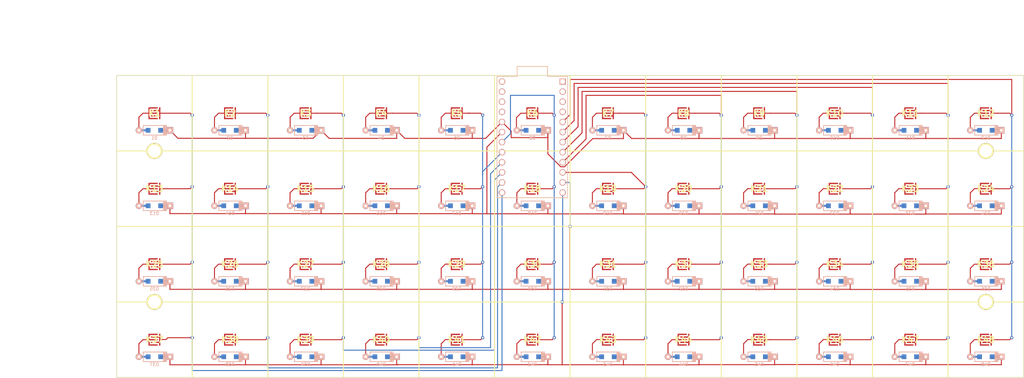
<source format=kicad_pcb>
(kicad_pcb (version 20211014) (generator pcbnew)
  (layers (0 "F.Cu" signal) (31 "B.Cu" signal) (34 "B.Paste" user) (35 "F.Paste" user) (36 "B.SilkS" user "B.Silkscreen") (37 "F.SilkS" user "F.Silkscreen") (38 "B.Mask" user) (39 "F.Mask" user) (44 "Edge.Cuts" user))
  (net 0 "")
  (net 5 "/col1")
  (net 6 "/col2")
  (net 7 "/col3")
  (net 8 "/col4")
  (net 9 "/col5")
  (net 10 "/col6")
  (net 11 "/col7")
  (net 12 "/col8")
  (net 13 "/row4")
  (net 14 "/row3")
  (net 15 "/row2")
  (net 16 "/row1")
  (net 17 "/col12")
  (net 18 "/col11")
  (net 19 "/col10")
  (net 20 "/col9")
  (net 25 "Net-(D26-Pad2)")
  (net 26 "Net-(D2-Pad2)")
  (net 27 "Net-(D28-Pad2)")
  (net 28 "Net-(D29-Pad2)")
  (net 29 "Net-(D31-Pad2)")
  (net 30 "Net-(D32-Pad2)")
  (net 31 "Net-(D33-Pad2)")
  (net 32 "Net-(D34-Pad2)")
  (net 33 "Net-(D35-Pad2)")
  (net 34 "Net-(D37-Pad2)")
  (net 35 "Net-(D38-Pad2)")
  (net 36 "Net-(D39-Pad2)")
  (net 37 "Net-(D43-Pad2)")
  (net 38 "Net-(D44-Pad2)")
  (net 39 "Net-(D45-Pad2)")
  (net 40 "Net-(D47-Pad2)")
  (net 41 "Net-(D48-Pad2)")
  (net 42 "Net-(D24-Pad2)")
  (net 43 "Net-(D3-Pad2)")
  (net 44 "Net-(D4-Pad2)")
  (net 45 "Net-(D5-Pad2)")
  (net 46 "Net-(D6-Pad2)")
  (net 47 "Net-(D7-Pad2)")
  (net 48 "Net-(D9-Pad2)")
  (net 49 "Net-(D10-Pad2)")
  (net 50 "Net-(D11-Pad2)")
  (net 51 "Net-(D12-Pad2)")
  (net 52 "Net-(D14-Pad2)")
  (net 53 "Net-(D25-Pad2)")
  (net 54 "Net-(D23-Pad2)")
  (net 55 "Net-(D22-Pad2)")
  (net 56 "Net-(D20-Pad2)")
  (net 57 "Net-(D13-Pad2)")
  (net 58 "Net-(D15-Pad2)")
  (net 59 "Net-(D17-Pad2)")
  (net 60 "Net-(D19-Pad2)")
  (net 61 "Net-(D16-Pad2)")
  (net 62 "Net-(D18-Pad2)")
  (net 63 "Net-(D21-Pad2)")
  (net 64 "Net-(D27-Pad2)")
  (net 65 "Net-(D30-Pad2)")
  (net 66 "Net-(D36-Pad2)")
  (net 67 "Net-(D40-Pad2)")
  (net 68 "Net-(D41-Pad2)")
  (net 69 "Net-(D42-Pad2)")
  (net 70 "Net-(D46-Pad2)")
  (net 71 "Net-(D1-Pad2)")
  (net 72 "Net-(D8-Pad2)")
  (footprint "keyboard_parts:HOLE_M3" (layer "F.Cu") (at 255.02 80.44)
    (fp_text reference "HOLE_M3" hide)
    (fp_text value "VAL**" hide)
  )
  (footprint "contact_pad:contact_pad_3mm" (layer "F.Cu") (at 65.02 70.94)
    (fp_text reference "K2")
    (fp_text value "KEYSW" hide)
  )
  (footprint "contact_pad:contact_pad_3mm" (layer "F.Cu") (at 103.02 127.94)
    (fp_text reference "K40")
    (fp_text value "KEYSW" hide)
  )
  (footprint "contact_pad:contact_pad_3mm" (layer "F.Cu") (at 141.02 127.94)
    (fp_text reference "K42")
    (fp_text value "KEYSW" hide)
  )
  (footprint "contact_pad:contact_pad_3mm" (layer "F.Cu") (at 236.02 108.94)
    (fp_text reference "K35")
    (fp_text value "KEYSW" hide)
  )
  (footprint "keyboard_parts:HOLE_M3" (layer "F.Cu") (at 46.02 118.44)
    (fp_text reference "HOLE_M3" hide)
    (fp_text value "VAL**" hide)
  )
  (footprint "contact_pad:contact_pad_3mm" (layer "F.Cu") (at 46.02 108.94)
    (fp_text reference "K25")
    (fp_text value "KEYSW" hide)
  )
  (footprint "contact_pad:contact_pad_3mm" (layer "F.Cu") (at 179.02 108.94)
    (fp_text reference "K32")
    (fp_text value "KEYSW" hide)
  )
  (footprint "contact_pad:contact_pad_3mm" (layer "F.Cu") (at 84.02 108.94)
    (fp_text reference "K27")
    (fp_text value "KEYSW" hide)
  )
  (footprint "contact_pad:contact_pad_3mm" (layer "F.Cu") (at 255.02 70.94)
    (fp_text reference "K12")
    (fp_text value "KEYSW" hide)
  )
  (footprint "contact_pad:contact_pad_3mm" (layer "F.Cu") (at 122.02 70.94)
    (fp_text reference "K5")
    (fp_text value "KEYSW" hide)
  )
  (footprint "contact_pad:contact_pad_3mm" (layer "F.Cu") (at 160.02 70.94)
    (fp_text reference "K7")
    (fp_text value "KEYSW" hide)
  )
  (footprint "contact_pad:contact_pad_3mm" (layer "F.Cu") (at 122.02 89.94)
    (fp_text reference "K17")
    (fp_text value "KEYSW" hide)
  )
  (footprint "contact_pad:contact_pad_3mm" (layer "F.Cu") (at 160.02 89.94)
    (fp_text reference "K19")
    (fp_text value "KEYSW" hide)
  )
  (footprint "contact_pad:contact_pad_3mm" (layer "F.Cu") (at 103.02 70.94)
    (fp_text reference "K4")
    (fp_text value "KEYSW" hide)
  )
  (footprint "contact_pad:contact_pad_3mm" (layer "F.Cu") (at 236.02 89.94)
    (fp_text reference "K23")
    (fp_text value "KEYSW" hide)
  )
  (footprint "contact_pad:contact_pad_3mm" (layer "F.Cu") (at 160.02 127.94)
    (fp_text reference "K43")
    (fp_text value "KEYSW" hide)
  )
  (footprint "contact_pad:contact_pad_3mm" (layer "F.Cu") (at 217.02 70.94)
    (fp_text reference "K10")
    (fp_text value "KEYSW" hide)
  )
  (footprint "contact_pad:contact_pad_3mm" (layer "F.Cu") (at 46.02 70.94)
    (fp_text reference "K1")
    (fp_text value "KEYSW" hide)
  )
  (footprint "contact_pad:contact_pad_3mm" (layer "F.Cu") (at 179.02 127.94)
    (fp_text reference "K44")
    (fp_text value "KEYSW" hide)
  )
  (footprint "contact_pad:contact_pad_3mm" (layer "F.Cu") (at 141.02 89.94)
    (fp_text reference "K18")
    (fp_text value "KEYSW" hide)
  )
  (footprint "contact_pad:contact_pad_3mm" (layer "F.Cu") (at 255.02 89.94)
    (fp_text reference "K24")
    (fp_text value "KEYSW" hide)
  )
  (footprint "contact_pad:contact_pad_3mm" (layer "F.Cu") (at 217.02 89.94)
    (fp_text reference "K22")
    (fp_text value "KEYSW" hide)
  )
  (footprint "contact_pad:contact_pad_3mm" (layer "F.Cu") (at 217.02 127.94)
    (fp_text reference "K46")
    (fp_text value "KEYSW" hide)
  )
  (footprint "contact_pad:contact_pad_3mm" (layer "F.Cu") (at 103.02 108.94)
    (fp_text reference "K28")
    (fp_text value "KEYSW" hide)
  )
  (footprint "contact_pad:contact_pad_3mm" (layer "F.Cu") (at 84.02 70.94)
    (fp_text reference "K3")
    (fp_text value "KEYSW" hide)
  )
  (footprint "contact_pad:contact_pad_3mm" (layer "F.Cu") (at 198.02 70.94)
    (fp_text reference "K9")
    (fp_text value "KEYSW" hide)
  )
  (footprint "contact_pad:contact_pad_3mm" (layer "F.Cu") (at 179.02 70.94)
    (fp_text reference "K8")
    (fp_text value "KEYSW" hide)
  )
  (footprint "contact_pad:contact_pad_3mm" (layer "F.Cu") (at 198.02 89.94)
    (fp_text reference "K21")
    (fp_text value "KEYSW" hide)
  )
  (footprint "contact_pad:contact_pad_3mm" (layer "F.Cu") (at 122.02 108.94)
    (fp_text reference "K29")
    (fp_text value "KEYSW" hide)
  )
  (footprint "contact_pad:contact_pad_3mm" (layer "F.Cu") (at 65.02 89.94)
    (fp_text reference "K14")
    (fp_text value "KEYSW" hide)
  )
  (footprint "contact_pad:contact_pad_3mm" (layer "F.Cu") (at 84.02 127.94)
    (fp_text reference "K39")
    (fp_text value "KEYSW" hide)
  )
  (footprint "contact_pad:contact_pad_3mm" (layer "F.Cu") (at 141.02 70.94)
    (fp_text reference "K6")
    (fp_text value "KEYSW" hide)
  )
  (footprint "contact_pad:contact_pad_3mm" (layer "F.Cu") (at 198.02 127.94)
    (fp_text reference "K45")
    (fp_text value "KEYSW" hide)
  )
  (footprint "contact_pad:contact_pad_3mm" (layer "F.Cu") (at 160.02 108.94)
    (fp_text reference "K31")
    (fp_text value "KEYSW" hide)
  )
  (footprint "contact_pad:contact_pad_3mm" (layer "F.Cu") (at 65.02 108.94)
    (fp_text reference "K26")
    (fp_text value "KEYSW" hide)
  )
  (footprint "keyboard_parts:HOLE_M3" (layer "F.Cu") (at 46.02 80.44)
    (fp_text reference "HOLE_M3" hide)
    (fp_text value "VAL**" hide)
  )
  (footprint "contact_pad:contact_pad_3mm" (layer "F.Cu") (at 84.02 89.94)
    (fp_text reference "K15")
    (fp_text value "KEYSW" hide)
  )
  (footprint "contact_pad:contact_pad_3mm" (layer "F.Cu") (at 255.02 108.94)
    (fp_text reference "K36")
    (fp_text value "KEYSW" hide)
  )
  (footprint "contact_pad:contact_pad_3mm" (layer "F.Cu") (at 141.02 108.94)
    (fp_text reference "K30")
    (fp_text value "KEYSW" hide)
  )
  (footprint "contact_pad:contact_pad_3mm" (layer "F.Cu") (at 217.02 108.94)
    (fp_text reference "K34")
    (fp_text value "KEYSW" hide)
  )
  (footprint "contact_pad:contact_pad_3mm" (layer "F.Cu") (at 255.02 127.94)
    (fp_text reference "K48")
    (fp_text value "KEYSW" hide)
  )
  (footprint "keyboard_parts:HOLE_M3" (layer "F.Cu") (at 255.02 118.44)
    (fp_text reference "HOLE_M3" hide)
    (fp_text value "VAL**" hide)
  )
  (footprint "contact_pad:contact_pad_3mm" (layer "F.Cu") (at 236.02 70.94)
    (fp_text reference "K11")
    (fp_text value "KEYSW" hide)
  )
  (footprint "contact_pad:contact_pad_3mm" (layer "F.Cu") (at 179.02 89.94)
    (fp_text reference "K20")
    (fp_text value "KEYSW" hide)
  )
  (footprint "contact_pad:contact_pad_3mm" (layer "F.Cu") (at 198.02 108.94)
    (fp_text reference "K33")
    (fp_text value "KEYSW" hide)
  )
  (footprint "contact_pad:contact_pad_3mm" (layer "F.Cu") (at 122.02 127.94)
    (fp_text reference "K41")
    (fp_text value "KEYSW" hide)
  )
  (footprint "contact_pad:contact_pad_3mm" (layer "F.Cu") (at 236.02 127.94)
    (fp_text reference "K47")
    (fp_text value "KEYSW" hide)
  )
  (footprint "contact_pad:contact_pad_3mm" (layer "F.Cu") (at 46.02 127.94)
    (fp_text reference "K37")
    (fp_text value "KEYSW" hide)
  )
  (footprint "contact_pad:contact_pad_3mm" (layer "F.Cu") (at 103.02 89.94)
    (fp_text reference "K16")
    (fp_text value "KEYSW" hide)
  )
  (footprint "contact_pad:contact_pad_3mm" (layer "F.Cu") (at 65.02 127.94)
    (fp_text reference "K38")
    (fp_text value "KEYSW" hide)
  )
  (footprint "contact_pad:contact_pad_3mm" (layer "F.Cu") (at 46.02 89.94)
    (fp_text reference "K13")
    (fp_text value "KEYSW" hide)
  )
  (footprint "promicro:ProMicro" (layer "B.Cu") (at 141.02 76.945 -90)
    (fp_text reference "Pro-Micro1" hide)
    (fp_text value "ProMicro")
  )
  (footprint "keyboard_parts:D_SOD123_axial" (layer "B.Cu") (at 84.02 132.24 180)
    (fp_text reference "D39")
    (fp_text value "D" hide)
  )
  (footprint "keyboard_parts:D_SOD123_axial" (layer "B.Cu") (at 65.02 113.24 180)
    (fp_text reference "D26")
    (fp_text value "D" hide)
  )
  (footprint "keyboard_parts:D_SOD123_axial" (layer "B.Cu") (at 236.02 75.24 180)
    (fp_text reference "D11")
    (fp_text value "D" hide)
  )
  (footprint "keyboard_parts:D_SOD123_axial" (layer "B.Cu") (at 141.02 94.24 180)
    (fp_text reference "D18")
    (fp_text value "D" hide)
  )
  (footprint "keyboard_parts:D_SOD123_axial" (layer "B.Cu") (at 217.02 75.24 180)
    (fp_text reference "D10")
    (fp_text value "D" hide)
  )
  (footprint "keyboard_parts:D_SOD123_axial" (layer "B.Cu") (at 236.02 94.24 180)
    (fp_text reference "D23")
    (fp_text value "D" hide)
  )
  (footprint "keyboard_parts:D_SOD123_axial" (layer "B.Cu") (at 103.02 113.24 180)
    (fp_text reference "D28")
    (fp_text value "D" hide)
  )
  (footprint "keyboard_parts:D_SOD123_axial" (layer "B.Cu") (at 160.02 75.24 180)
    (fp_text reference "D7")
    (fp_text value "D" hide)
  )
  (footprint "keyboard_parts:D_SOD123_axial" (layer "B.Cu") (at 46.02 132.24 180)
    (fp_text reference "D37")
    (fp_text value "D" hide)
  )
  (footprint "keyboard_parts:D_SOD123_axial" (layer "B.Cu") (at 46.02 75.24 180)
    (fp_text reference "D1")
    (fp_text value "D" hide)
  )
  (footprint "keyboard_parts:D_SOD123_axial" (layer "B.Cu") (at 255.02 132.24 180)
    (fp_text reference "D48")
    (fp_text value "D" hide)
  )
  (footprint "keyboard_parts:D_SOD123_axial" (layer "B.Cu") (at 236.02 132.24 180)
    (fp_text reference "D47")
    (fp_text value "D" hide)
  )
  (footprint "keyboard_parts:D_SOD123_axial" (layer "B.Cu") (at 198.02 94.24 180)
    (fp_text reference "D21")
    (fp_text value "D" hide)
  )
  (footprint "keyboard_parts:D_SOD123_axial" (layer "B.Cu") (at 141.02 75.24 180)
    (fp_text reference "D6")
    (fp_text value "D" hide)
  )
  (footprint "keyboard_parts:D_SOD123_axial" (layer "B.Cu") (at 160.02 113.24 180)
    (fp_text reference "D31")
    (fp_text value "D" hide)
  )
  (footprint "keyboard_parts:D_SOD123_axial" (layer "B.Cu") (at 103.02 75.24 180)
    (fp_text reference "D4")
    (fp_text value "D" hide)
  )
  (footprint "keyboard_parts:D_SOD123_axial" (layer "B.Cu") (at 255.02 113.24 180)
    (fp_text reference "D36")
    (fp_text value "D" hide)
  )
  (footprint "keyboard_parts:D_SOD123_axial" (layer "B.Cu") (at 65.02 94.24 180)
    (fp_text reference "D14")
    (fp_text value "D" hide)
  )
  (footprint "keyboard_parts:D_SOD123_axial" (layer "B.Cu") (at 122.02 113.24 180)
    (fp_text reference "D29")
    (fp_text value "D" hide)
  )
  (footprint "keyboard_parts:D_SOD123_axial" (layer "B.Cu") (at 141.02 132.24 180)
    (fp_text reference "D42")
    (fp_text value "D" hide)
  )
  (footprint "keyboard_parts:D_SOD123_axial" (layer "B.Cu") (at 122.02 132.24 180)
    (fp_text reference "D41")
    (fp_text value "D" hide)
  )
  (footprint "keyboard_parts:D_SOD123_axial" (layer "B.Cu") (at 103.02 132.24 180)
    (fp_text reference "D40")
    (fp_text value "D" hide)
  )
  (footprint "keyboard_parts:D_SOD123_axial" (layer "B.Cu") (at 179.02 75.24 180)
    (fp_text reference "D8")
    (fp_text value "D" hide)
  )
  (footprint "keyboard_parts:D_SOD123_axial" (layer "B.Cu") (at 122.02 94.24 180)
    (fp_text reference "D17")
    (fp_text value "D" hide)
  )
  (footprint "keyboard_parts:D_SOD123_axial" (layer "B.Cu") (at 65.02 75.24 180)
    (fp_text reference "D2")
    (fp_text value "D" hide)
  )
  (footprint "keyboard_parts:D_SOD123_axial" (layer "B.Cu") (at 255.02 94.24 180)
    (fp_text reference "D24")
    (fp_text value "D" hide)
  )
  (footprint "keyboard_parts:D_SOD123_axial" (layer "B.Cu") (at 198.02 75.24 180)
    (fp_text reference "D9")
    (fp_text value "D" hide)
  )
  (footprint "keyboard_parts:D_SOD123_axial" (layer "B.Cu") (at 255.02 75.24 180)
    (fp_text reference "D12")
    (fp_text value "D" hide)
  )
  (footprint "keyboard_parts:D_SOD123_axial" (layer "B.Cu") (at 46.02 94.24 180)
    (fp_text reference "D13")
    (fp_text value "D" hide)
  )
  (footprint "keyboard_parts:D_SOD123_axial" (layer "B.Cu") (at 122.02 75.24 180)
    (fp_text reference "D5")
    (fp_text value "D" hide)
  )
  (footprint "keyboard_parts:D_SOD123_axial" (layer "B.Cu") (at 198.02 113.24 180)
    (fp_text reference "D33")
    (fp_text value "D" hide)
  )
  (footprint "keyboard_parts:D_SOD123_axial" (layer "B.Cu") (at 141.02 113.24 180)
    (fp_text reference "D30")
    (fp_text value "D" hide)
  )
  (footprint "keyboard_parts:D_SOD123_axial" (layer "B.Cu") (at 84.02 113.24 180)
    (fp_text reference "D27")
    (fp_text value "D" hide)
  )
  (footprint "keyboard_parts:D_SOD123_axial" (layer "B.Cu") (at 46.02 113.24 180)
    (fp_text reference "D25")
    (fp_text value "D" hide)
  )
  (footprint "keyboard_parts:D_SOD123_axial" (layer "B.Cu") (at 198.02 132.24 180)
    (fp_text reference "D45")
    (fp_text value "D" hide)
  )
  (footprint "keyboard_parts:D_SOD123_axial" (layer "B.Cu") (at 179.02 94.24 180)
    (fp_text reference "D20")
    (fp_text value "D" hide)
  )
  (footprint "keyboard_parts:D_SOD123_axial" (layer "B.Cu") (at 65.02 132.24 180)
    (fp_text reference "D38")
    (fp_text value "D" hide)
  )
  (footprint "keyboard_parts:D_SOD123_axial" (layer "B.Cu") (at 160.02 132.24 180)
    (fp_text reference "D43")
    (fp_text value "D" hide)
  )
  (footprint "keyboard_parts:D_SOD123_axial" (layer "B.Cu") (at 179.02 132.24 180)
    (fp_text reference "D44")
    (fp_text value "D" hide)
  )
  (footprint "keyboard_parts:D_SOD123_axial" (layer "B.Cu") (at 179.02 113.24 180)
    (fp_text reference "D32")
    (fp_text value "D" hide)
  )
  (footprint "keyboard_parts:D_SOD123_axial" (layer "B.Cu") (at 217.02 94.24 180)
    (fp_text reference "D22")
    (fp_text value "D" hide)
  )
  (footprint "keyboard_parts:D_SOD123_axial" (layer "B.Cu") (at 84.02 75.24 180)
    (fp_text reference "D3")
    (fp_text value "D" hide)
  )
  (footprint "keyboard_parts:D_SOD123_axial" (layer "B.Cu") (at 84.02 94.24 180)
    (fp_text reference "D15")
    (fp_text value "D" hide)
  )
  (footprint "keyboard_parts:D_SOD123_axial" (layer "B.Cu") (at 217.02 132.24 180)
    (fp_text reference "D46")
    (fp_text value "D" hide)
  )
  (footprint "keyboard_parts:D_SOD123_axial" (layer "B.Cu") (at 103.02 94.24 180)
    (fp_text reference "D16")
    (fp_text value "D" hide)
  )
  (footprint "keyboard_parts:D_SOD123_axial" (layer "B.Cu") (at 236.02 113.24 180)
    (fp_text reference "D35")
    (fp_text value "D" hide)
  )
  (footprint "keyboard_parts:D_SOD123_axial" (layer "B.Cu") (at 217.02 113.24 180)
    (fp_text reference "D34")
    (fp_text value "D" hide)
  )
  (footprint "keyboard_parts:D_SOD123_axial" (layer "B.Cu") (at 160.02 94.24 180)
    (fp_text reference "D19")
    (fp_text value "D" hide)
  )
  (gr_rect (start 36.52 61.44) (end 264.52 137.44) (layer "Edge.Cuts") (width 0.1) (fill none))
  (segment (start 55.52 89.44) (end 55.017894 89.942106) (width 0.25) (layer "F.Cu") (net 5))
  (segment (start 48.902474 127.942106) (end 48.93479 127.90979) (width 0.25) (layer "F.Cu") (net 5))
  (segment (start 55.017894 89.942106) (end 47.382106 89.942106) (width 0.25) (layer "F.Cu") (net 5))
  (segment (start 47.41021 127.90979) (end 47.38 127.94) (width 0.25) (layer "F.Cu") (net 5))
  (segment (start 47.382106 89.942106) (end 47.38 89.94) (width 0.25) (layer "F.Cu") (net 5))
  (segment (start 47.382106 70.942106) (end 47.38 70.94) (width 0.25) (layer "F.Cu") (net 5))
  (segment (start 48.93479 127.90979) (end 47.41021 127.90979) (width 0.25) (layer "F.Cu") (net 5))
  (segment (start 55.022106 70.942106) (end 47.382106 70.942106) (width 0.25) (layer "F.Cu") (net 5))
  (segment (start 55.52 71.44) (end 55.022106 70.942106) (width 0.25) (layer "F.Cu") (net 5))
  (segment (start 55.52 108.44) (end 55.017894 108.942106) (width 0.25) (layer "F.Cu") (net 5))
  (segment (start 47.382106 108.942106) (end 47.38 108.94) (width 0.25) (layer "F.Cu") (net 5))
  (segment (start 55.017894 108.942106) (end 47.382106 108.942106) (width 0.25) (layer "F.Cu") (net 5))
  (segment (start 49.40458 127.44) (end 55.52 127.44) (width 0.25) (layer "F.Cu") (net 5))
  (segment (start 48.93479 127.90979) (end 49.40458 127.44) (width 0.25) (layer "F.Cu") (net 5))
  (via (at 55.52 108.44) (size 0.8) (drill 0.4) (layers "F.Cu" "B.Cu") (net 5))
  (via (at 55.52 89.44) (size 0.8) (drill 0.4) (layers "F.Cu" "B.Cu") (net 5))
  (via (at 55.52 71.44) (size 0.8) (drill 0.4) (layers "F.Cu" "B.Cu") (net 5))
  (via (at 55.52 127.44) (size 0.8) (drill 0.4) (layers "F.Cu" "B.Cu") (net 5))
  (segment (start 55.52 108.44) (end 55.52 124.44) (width 0.25) (layer "B.Cu") (net 5))
  (segment (start 55.52 124.44) (end 55.52 127.44) (width 0.25) (layer "B.Cu") (net 5))
  (segment (start 55.52 135.71) (end 133.4 135.71) (width 0.25) (layer "B.Cu") (net 5))
  (segment (start 55.52 89.44) (end 55.52 108.44) (width 0.25) (layer "B.Cu") (net 5))
  (segment (start 55.52 71.44) (end 55.52 89.44) (width 0.25) (layer "B.Cu") (net 5))
  (segment (start 133.4 135.71) (end 133.4 90.915) (width 0.25) (layer "B.Cu") (net 5))
  (segment (start 55.52 127.44) (end 55.52 135.71) (width 0.25) (layer "B.Cu") (net 5))
  (segment (start 66.382106 89.942106) (end 66.38 89.94) (width 0.25) (layer "F.Cu") (net 6))
  (segment (start 74.017894 108.942106) (end 66.382106 108.942106) (width 0.25) (layer "F.Cu") (net 6))
  (segment (start 66.382106 127.942106) (end 66.38 127.94) (width 0.25) (layer "F.Cu") (net 6))
  (segment (start 74.017894 127.942106) (end 66.382106 127.942106) (width 0.25) (layer "F.Cu") (net 6))
  (segment (start 74.52 108.44) (end 74.017894 108.942106) (width 0.25) (layer "F.Cu") (net 6))
  (segment (start 74.52 71.44) (end 74.022106 70.942106) (width 0.25) (layer "F.Cu") (net 6))
  (segment (start 74.017894 89.942106) (end 66.382106 89.942106) (width 0.25) (layer "F.Cu") (net 6))
  (segment (start 74.022106 70.942106) (end 66.382106 70.942106) (width 0.25) (layer "F.Cu") (net 6))
  (segment (start 66.382106 70.942106) (end 66.38 70.94) (width 0.25) (layer "F.Cu") (net 6))
  (segment (start 74.52 89.44) (end 74.017894 89.942106) (width 0.25) (layer "F.Cu") (net 6))
  (segment (start 74.52 127.44) (end 74.017894 127.942106) (width 0.25) (layer "F.Cu") (net 6))
  (segment (start 66.382106 108.942106) (end 66.38 108.94) (width 0.25) (layer "F.Cu") (net 6))
  (via (at 74.52 108.44) (size 0.8) (drill 0.4) (layers "F.Cu" "B.Cu") (net 6))
  (via (at 74.52 127.44) (size 0.8) (drill 0.4) (layers "F.Cu" "B.Cu") (net 6))
  (via (at 74.52 71.44) (size 0.8) (drill 0.4) (layers "F.Cu" "B.Cu") (net 6))
  (via (at 74.52 89.44) (size 0.8) (drill 0.4) (layers "F.Cu" "B.Cu") (net 6))
  (segment (start 74.52 108.44) (end 74.52 124.44) (width 0.25) (layer "B.Cu") (net 6))
  (segment (start 74.52 135.03) (end 132.275489 135.03) (width 0.25) (layer "B.Cu") (net 6))
  (segment (start 74.52 89.44) (end 74.52 108.44) (width 0.25) (layer "B.Cu") (net 6))
  (segment (start 74.52 71.44) (end 74.52 89.44) (width 0.25) (layer "B.Cu") (net 6))
  (segment (start 132.275489 135.03) (end 132.275489 89.499511) (width 0.25) (layer "B.Cu") (net 6))
  (segment (start 132.275489 89.499511) (end 133.4 88.375) (width 0.25) (layer "B.Cu") (net 6))
  (segment (start 74.52 127.44) (end 74.52 135.03) (width 0.25) (layer "B.Cu") (net 6))
  (segment (start 74.52 124.44) (end 74.52 127.44) (width 0.25) (layer "B.Cu") (net 6))
  (segment (start 86.902474 70.942106) (end 93.022106 70.942106) (width 0.25) (layer "F.Cu") (net 7))
  (segment (start 85.382106 127.942106) (end 85.38 127.94) (width 0.25) (layer "F.Cu") (net 7))
  (segment (start 93.52 108.44) (end 93.017894 108.942106) (width 0.25) (layer "F.Cu") (net 7))
  (segment (start 93.52 127.44) (end 93.017894 127.942106) (width 0.25) (layer "F.Cu") (net 7))
  (segment (start 93.017894 108.942106) (end 85.382106 108.942106) (width 0.25) (layer "F.Cu") (net 7))
  (segment (start 85.382106 89.942106) (end 85.38 89.94) (width 0.25) (layer "F.Cu") (net 7))
  (segment (start 85.38 70.94) (end 86.900368 70.94) (width 0.25) (layer "F.Cu") (net 7))
  (segment (start 93.022106 70.942106) (end 93.52 71.44) (width 0.25) (layer "F.Cu") (net 7))
  (segment (start 93.52 89.44) (end 93.017894 89.942106) (width 0.25) (layer "F.Cu") (net 7))
  (segment (start 93.017894 89.942106) (end 85.382106 89.942106) (width 0.25) (layer "F.Cu") (net 7))
  (segment (start 93.017894 127.942106) (end 85.382106 127.942106) (width 0.25) (layer "F.Cu") (net 7))
  (segment (start 85.382106 108.942106) (end 85.38 108.94) (width 0.25) (layer "F.Cu") (net 7))
  (segment (start 86.900368 70.94) (end 86.902474 70.942106) (width 0.25) (layer "F.Cu") (net 7))
  (via (at 93.52 89.44) (size 0.8) (drill 0.4) (layers "F.Cu" "B.Cu") (net 7))
  (via (at 93.52 127.44) (size 0.8) (drill 0.4) (layers "F.Cu" "B.Cu") (net 7))
  (via (at 93.52 108.44) (size 0.8) (drill 0.4) (layers "F.Cu" "B.Cu") (net 7))
  (via (at 93.52 71.44) (size 0.8) (drill 0.4) (layers "F.Cu" "B.Cu") (net 7))
  (segment (start 131.52 87.715) (end 133.4 85.835) (width 0.25) (layer "B.Cu") (net 7))
  (segment (start 93.52 127.44) (end 93.52 130.59) (width 0.25) (layer "B.Cu") (net 7))
  (segment (start 93.52 108.44) (end 93.52 127.44) (width 0.25) (layer "B.Cu") (net 7))
  (segment (start 93.52 130.59) (end 131.52 130.59) (width 0.25) (layer "B.Cu") (net 7))
  (segment (start 93.52 71.44) (end 93.52 89.44) (width 0.25) (layer "B.Cu") (net 7))
  (segment (start 93.52 89.44) (end 93.52 108.44) (width 0.25) (layer "B.Cu") (net 7))
  (segment (start 131.52 130.59) (end 131.52 87.715) (width 0.25) (layer "B.Cu") (net 7))
  (segment (start 112.017894 108.942106) (end 104.382894 108.942106) (width 0.25) (layer "F.Cu") (net 8))
  (segment (start 112.017894 89.942106) (end 104.382106 89.942106) (width 0.25) (layer "F.Cu") (net 8))
  (segment (start 104.382894 108.942106) (end 104.380788 108.94) (width 0.25) (layer "F.Cu") (net 8))
  (segment (start 104.38 70.94) (end 105.900368 70.94) (width 0.25) (layer "F.Cu") (net 8))
  (segment (start 104.382106 89.942106) (end 104.38 89.94) (width 0.25) (layer "F.Cu") (net 8))
  (segment (start 105.902474 70.942106) (end 112.022106 70.942106) (width 0.25) (layer "F.Cu") (net 8))
  (segment (start 112.52 127.44) (end 112.017894 127.942106) (width 0.25) (layer "F.Cu") (net 8))
  (segment (start 112.52 89.44) (end 112.017894 89.942106) (width 0.25) (layer "F.Cu") (net 8))
  (segment (start 105.900368 70.94) (end 105.902474 70.942106) (width 0.25) (layer "F.Cu") (net 8))
  (segment (start 104.382106 127.942106) (end 104.38 127.94) (width 0.25) (layer "F.Cu") (net 8))
  (segment (start 112.017894 127.942106) (end 104.382106 127.942106) (width 0.25) (layer "F.Cu") (net 8))
  (segment (start 112.022106 70.942106) (end 112.52 71.44) (width 0.25) (layer "F.Cu") (net 8))
  (segment (start 104.380788 108.94) (end 104.38 108.94) (width 0.25) (layer "F.Cu") (net 8))
  (segment (start 112.52 108.44) (end 112.017894 108.942106) (width 0.25) (layer "F.Cu") (net 8))
  (via (at 112.52 89.44) (size 0.8) (drill 0.4) (layers "F.Cu" "B.Cu") (net 8))
  (via (at 112.52 108.44) (size 0.8) (drill 0.4) (layers "F.Cu" "B.Cu") (net 8))
  (via (at 112.52 71.44) (size 0.8) (drill 0.4) (layers "F.Cu" "B.Cu") (net 8))
  (via (at 112.52 127.44) (size 0.8) (drill 0.4) (layers "F.Cu" "B.Cu") (net 8))
  (segment (start 112.52 89.44) (end 112.52 108.44) (width 0.25) (layer "B.Cu") (net 8))
  (segment (start 130.52 86.175) (end 133.4 83.295) (width 0.25) (layer "B.Cu") (net 8))
  (segment (start 112.52 71.44) (end 112.52 89.44) (width 0.25) (layer "B.Cu") (net 8))
  (segment (start 112.52 127.44) (end 112.52 129.95) (width 0.25) (layer "B.Cu") (net 8))
  (segment (start 112.52 124.44) (end 112.52 127.44) (width 0.25) (layer "B.Cu") (net 8))
  (segment (start 112.52 108.44) (end 112.52 124.44) (width 0.25) (layer "B.Cu") (net 8))
  (segment (start 112.52 129.95) (end 130.52 129.95) (width 0.25) (layer "B.Cu") (net 8))
  (segment (start 130.52 129.95) (end 130.52 86.175) (width 0.25) (layer "B.Cu") (net 8))
  (segment (start 125.14 70.94) (end 125.142106 70.942106) (width 0.25) (layer "F.Cu") (net 9))
  (segment (start 128.52 108.44) (end 128.017894 108.942106) (width 0.25) (layer "F.Cu") (net 9))
  (segment (start 123.382106 127.942106) (end 123.38 127.94) (width 0.25) (layer "F.Cu") (net 9))
  (segment (start 123.38 70.94) (end 125.14 70.94) (width 0.25) (layer "F.Cu") (net 9))
  (segment (start 123.382106 89.942106) (end 123.38 89.94) (width 0.25) (layer "F.Cu") (net 9))
  (segment (start 128.017894 89.942106) (end 123.382106 89.942106) (width 0.25) (layer "F.Cu") (net 9))
  (segment (start 128.017894 127.942106) (end 123.382106 127.942106) (width 0.25) (layer "F.Cu") (net 9))
  (segment (start 128.017894 108.942106) (end 123.382106 108.942106) (width 0.25) (layer "F.Cu") (net 9))
  (segment (start 123.382106 108.942106) (end 123.38 108.94) (width 0.25) (layer "F.Cu") (net 9))
  (segment (start 124.902474 70.942106) (end 125.142106 70.942106) (width 0.25) (layer "F.Cu") (net 9))
  (segment (start 128.022106 70.942106) (end 128.52 71.44) (width 0.25) (layer "F.Cu") (net 9))
  (segment (start 128.52 89.44) (end 128.017894 89.942106) (width 0.25) (layer "F.Cu") (net 9))
  (segment (start 128.52 127.44) (end 128.017894 127.942106) (width 0.25) (layer "F.Cu") (net 9))
  (segment (start 125.142106 70.942106) (end 128.022106 70.942106) (width 0.25) (layer "F.Cu") (net 9))
  (via (at 128.52 71.44) (size 0.8) (drill 0.4) (layers "F.Cu" "B.Cu") (net 9))
  (via (at 128.52 89.44) (size 0.8) (drill 0.4) (layers "F.Cu" "B.Cu") (net 9))
  (via (at 128.52 108.44) (size 0.8) (drill 0.4) (layers "F.Cu" "B.Cu") (net 9))
  (via (at 128.52 127.44) (size 0.8) (drill 0.4) (layers "F.Cu" "B.Cu") (net 9))
  (segment (start 128.52 71.44) (end 128.52 86.44) (width 0.25) (layer "B.Cu") (net 9))
  (segment (start 133.4 80.755) (end 128.52 85.635) (width 0.25) (layer "B.Cu") (net 9))
  (segment (start 128.52 89.44) (end 128.52 108.44) (width 0.25) (layer "B.Cu") (net 9))
  (segment (start 128.52 86.44) (end 128.52 89.44) (width 0.25) (layer "B.Cu") (net 9))
  (segment (start 128.52 108.44) (end 128.52 124.44) (width 0.25) (layer "B.Cu") (net 9))
  (segment (start 128.52 124.44) (end 128.52 127.44) (width 0.25) (layer "B.Cu") (net 9))
  (segment (start 128.52 85.635) (end 128.52 86.44) (width 0.25) (layer "B.Cu") (net 9))
  (segment (start 142.382106 89.942106) (end 142.38 89.94) (width 0.25) (layer "F.Cu") (net 10))
  (segment (start 146.52 127.44) (end 146.017894 127.942106) (width 0.25) (layer "F.Cu") (net 10))
  (segment (start 146.017894 89.942106) (end 142.382106 89.942106) (width 0.25) (layer "F.Cu") (net 10))
  (segment (start 146.022106 70.942106) (end 146.52 71.44) (width 0.25) (layer "F.Cu") (net 10))
  (segment (start 142.38 70.94) (end 143.900368 70.94) (width 0.25) (layer "F.Cu") (net 10))
  (segment (start 142.382106 108.942106) (end 142.38 108.94) (width 0.25) (layer "F.Cu") (net 10))
  (segment (start 146.52 108.44) (end 146.017894 108.942106) (width 0.25) (layer "F.Cu") (net 10))
  (segment (start 146.017894 108.942106) (end 142.382106 108.942106) (width 0.25) (layer "F.Cu") (net 10))
  (segment (start 143.902474 70.942106) (end 146.022106 70.942106) (width 0.25) (layer "F.Cu") (net 10))
  (segment (start 146.52 89.44) (end 146.017894 89.942106) (width 0.25) (layer "F.Cu") (net 10))
  (segment (start 142.382106 127.942106) (end 142.38 127.94) (width 0.25) (layer "F.Cu") (net 10))
  (segment (start 146.017894 127.942106) (end 142.382106 127.942106) (width 0.25) (layer "F.Cu") (net 10))
  (segment (start 143.900368 70.94) (end 143.902474 70.942106) (width 0.25) (layer "F.Cu") (net 10))
  (via (at 146.52 71.44) (size 0.8) (drill 0.4) (layers "F.Cu" "B.Cu") (net 10))
  (via (at 146.52 89.44) (size 0.8) (drill 0.4) (layers "F.Cu" "B.Cu") (net 10))
  (via (at 146.52 108.44) (size 0.8) (drill 0.4) (layers "F.Cu" "B.Cu") (net 10))
  (via (at 146.52 127.44) (size 0.8) (drill 0.4) (layers "F.Cu" "B.Cu") (net 10))
  (segment (start 135.52 76.095) (end 133.4 78.215) (width 0.25) (layer "B.Cu") (net 10))
  (segment (start 146.52 108.44) (end 146.52 127.44) (width 0.25) (layer "B.Cu") (net 10))
  (segment (start 135.52 66.44) (end 135.52 76.095) (width 0.25) (layer "B.Cu") (net 10))
  (segment (start 146.52 66.44) (end 135.52 66.44) (width 0.25) (layer "B.Cu") (net 10))
  (segment (start 146.52 71.44) (end 146.52 66.44) (width 0.25) (layer "B.Cu") (net 10))
  (segment (start 146.52 71.44) (end 146.52 89.44) (width 0.25) (layer "B.Cu") (net 10))
  (segment (start 146.52 89.44) (end 146.52 108.44) (width 0.25) (layer "B.Cu") (net 10))
  (segment (start 163.007894 108.942106) (end 169.017894 108.942106) (width 0.25) (layer "F.Cu") (net 11))
  (segment (start 169.017894 127.942106) (end 161.382106 127.942106) (width 0.25) (layer "F.Cu") (net 11))
  (segment (start 169.017894 108.942106) (end 169.52 108.44) (width 0.25) (layer "F.Cu") (net 11))
  (segment (start 161.38 108.94) (end 163.005788 108.94) (width 0.25) (layer "F.Cu") (net 11))
  (segment (start 169.017894 89.942106) (end 161.382106 89.942106) (width 0.25) (layer "F.Cu") (net 11))
  (segment (start 161.382106 89.942106) (end 161.38 89.94) (width 0.25) (layer "F.Cu") (net 11))
  (segment (start 162.900368 70.94) (end 162.902474 70.942106) (width 0.25) (layer "F.Cu") (net 11))
  (segment (start 169.52 89.44) (end 165.915 85.835) (width 0.25) (layer "F.Cu") (net 11))
  (segment (start 165.915 85.835) (end 148.64 85.835) (width 0.25) (layer "F.Cu") (net 11))
  (segment (start 163.005788 108.94) (end 163.007894 108.942106) (width 0.25) (layer "F.Cu") (net 11))
  (segment (start 161.382106 127.942106) (end 161.38 127.94) (width 0.25) (layer "F.Cu") (net 11))
  (segment (start 169.52 89.44) (end 169.017894 89.942106) (width 0.25) (layer "F.Cu") (net 11))
  (segment (start 161.38 70.94) (end 162.900368 70.94) (width 0.25) (layer "F.Cu") (net 11))
  (segment (start 162.902474 108.942106) (end 163.007894 108.942106) (width 0.25) (layer "F.Cu") (net 11))
  (segment (start 169.52 127.44) (end 169.017894 127.942106) (width 0.25) (layer "F.Cu") (net 11))
  (segment (start 169.022106 70.942106) (end 169.52 71.44) (width 0.25) (layer "F.Cu") (net 11))
  (segment (start 162.902474 70.942106) (end 169.022106 70.942106) (width 0.25) (layer "F.Cu") (net 11))
  (via (at 169.52 108.44) (size 0.8) (drill 0.4) (layers "F.Cu" "B.Cu") (net 11))
  (via (at 169.52 71.44) (size 0.8) (drill 0.4) (layers "F.Cu" "B.Cu") (net 11))
  (via (at 169.52 127.44) (size 0.8) (drill 0.4) (layers "F.Cu" "B.Cu") (net 11))
  (via (at 169.52 89.44) (size 0.8) (drill 0.4) (layers "F.Cu" "B.Cu") (net 11))
  (segment (start 169.52 71.44) (end 169.52 89.44) (width 0.25) (layer "B.Cu") (net 11))
  (segment (start 169.52 89.44) (end 169.52 108.44) (width 0.25) (layer "B.Cu") (net 11))
  (segment (start 169.52 108.44) (end 169.52 127.44) (width 0.25) (layer "B.Cu") (net 11))
  (segment (start 181.900368 108.94) (end 181.902474 108.942106) (width 0.25) (layer "F.Cu") (net 12))
  (segment (start 188.52 71.44) (end 188.52 66.44) (width 0.25) (layer "F.Cu") (net 12))
  (segment (start 188.52 127.44) (end 188.017894 127.942106) (width 0.25) (layer "F.Cu") (net 12))
  (segment (start 180.382106 89.942106) (end 180.38 89.94) (width 0.25) (layer "F.Cu") (net 12))
  (segment (start 154.52 66.44) (end 154.52 77.415) (width 0.25) (layer "F.Cu") (net 12))
  (segment (start 188.017894 89.942106) (end 180.382106 89.942106) (width 0.25) (layer "F.Cu") (net 12))
  (segment (start 180.38 70.94) (end 181.900368 70.94) (width 0.25) (layer "F.Cu") (net 12))
  (segment (start 188.52 89.44) (end 188.017894 89.942106) (width 0.25) (layer "F.Cu") (net 12))
  (segment (start 188.52 66.44) (end 154.52 66.44) (width 0.25) (layer "F.Cu") (net 12))
  (segment (start 181.900368 70.94) (end 181.902474 70.942106) (width 0.25) (layer "F.Cu") (net 12))
  (segment (start 188.017894 127.942106) (end 180.382106 127.942106) (width 0.25) (layer "F.Cu") (net 12))
  (segment (start 180.38 108.94) (end 181.900368 108.94) (width 0.25) (layer "F.Cu") (net 12))
  (segment (start 188.022106 70.942106) (end 188.52 71.44) (width 0.25) (layer "F.Cu") (net 12))
  (segment (start 181.902474 108.942106) (end 188.017894 108.942106) (width 0.25) (layer "F.Cu") (net 12))
  (segment (start 188.017894 108.942106) (end 188.52 108.44) (width 0.25) (layer "F.Cu") (net 12))
  (segment (start 181.902474 70.942106) (end 188.022106 70.942106) (width 0.25) (layer "F.Cu") (net 12))
  (segment (start 180.382106 127.942106) (end 180.38 127.94) (width 0.25) (layer "F.Cu") (net 12))
  (segment (start 154.52 77.415) (end 148.64 83.295) (width 0.25) (layer "F.Cu") (net 12))
  (via (at 188.52 108.44) (size 0.8) (drill 0.4) (layers "F.Cu" "B.Cu") (net 12))
  (via (at 188.52 127.44) (size 0.8) (drill 0.4) (layers "F.Cu" "B.Cu") (net 12))
  (via (at 188.52 89.44) (size 0.8) (drill 0.4) (layers "F.Cu" "B.Cu") (net 12))
  (via (at 188.52 71.44) (size 0.8) (drill 0.4) (layers "F.Cu" "B.Cu") (net 12))
  (segment (start 188.52 89.44) (end 188.52 108.44) (width 0.25) (layer "B.Cu") (net 12))
  (segment (start 188.52 108.44) (end 188.52 127.44) (width 0.25) (layer "B.Cu") (net 12))
  (segment (start 188.52 71.44) (end 188.52 89.44) (width 0.25) (layer "B.Cu") (net 12))
  (segment (start 144.92 134.24) (end 144.92 132.24) (width 0.25) (layer "F.Cu") (net 13))
  (segment (start 68.92 134.24) (end 68.91 134.25) (width 0.25) (layer "F.Cu") (net 13))
  (segment (start 220.88 134.2) (end 201.96 134.2) (width 0.25) (layer "F.Cu") (net 13))
  (segment (start 148.51 134.24) (end 163.9 134.24) (width 0.25) (layer "F.Cu") (net 13))
  (segment (start 201.905 134.225) (end 182.935 134.225) (width 0.25) (layer "F.Cu") (net 13))
  (segment (start 182.91 134.25) (end 182.92 134.24) (width 0.25) (layer "F.Cu") (net 13))
  (segment (start 163.92 134.24) (end 163.92 132.24) (width 0.25) (layer "F.Cu") (net 13))
  (segment (start 106.91 134.25) (end 106.92 134.24) (width 0.25) (layer "F.Cu") (net 13))
  (segment (start 125.935 134.225) (end 144.905 134.225) (width 0.25) (layer "F.Cu") (net 13))
  (segment (start 163.93 134.25) (end 182.91 134.25) (width 0.25) (layer "F.Cu") (net 13))
  (segment (start 239.92 134.24) (end 239.92 132.24) (width 0.25) (layer "F.Cu") (net 13))
  (segment (start 68.93 134.25) (end 87.91 134.25) (width 0.25) (layer "F.Cu") (net 13))
  (segment (start 144.905 134.225) (end 144.92 134.24) (width 0.25) (layer "F.Cu") (net 13))
  (segment (start 106.92 134.24) (end 107.19 134.24) (width 0.25) (layer "F.Cu") (net 13))
  (segment (start 220.92 134.24) (end 220.92 132.24) (width 0.25) (layer "F.Cu") (net 13))
  (segment (start 163.9 134.24) (end 163.91 134.25) (width 0.25) (layer "F.Cu") (net 13))
  (segment (start 49.93 134.25) (end 49.92 134.24) (width 0.25) (layer "F.Cu") (net 13))
  (segment (start 87.92 134.24) (end 87.93 134.25) (width 0.25) (layer "F.Cu") (net 13))
  (segment (start 258.92 134.24) (end 258.92 132.24) (width 0.25) (layer "F.Cu") (net 13))
  (segment (start 182.92 134.24) (end 182.92 132.24) (width 0.25) (layer "F.Cu") (net 13))
  (segment (start 239.92 134.24) (end 239.935 134.225) (width 0.25) (layer "F.Cu") (net 13))
  (segment (start 239.92 134.24) (end 239.905 134.225) (width 0.25) (layer "F.Cu") (net 13))
  (segment (start 148.52 118.44) (end 148.52 134.23) (width 0.25) (layer "F.Cu") (net 13))
  (segment (start 201.92 134.24) (end 201.92 132.24) (width 0.25) (layer "F.Cu") (net 13))
  (segment (start 49.92 134.24) (end 49.92 132.24) (width 0.25) (layer "F.Cu") (net 13))
  (segment (start 125.92 134.24) (end 125.935 134.225) (width 0.25) (layer "F.Cu") (net 13))
  (segment (start 68.92 134.24) (end 68.92 132.24) (width 0.25) (layer "F.Cu") (net 13))
  (segment (start 148.595489 118.515489) (end 148.52 118.44) (width 0.25) (layer "F.Cu") (net 13))
  (segment (start 68.92 134.24) (end 68.93 134.25) (width 0.25) (layer "F.Cu") (net 13))
  (segment (start 107.205 134.225) (end 125.905 134.225) (width 0.25) (layer "F.Cu") (net 13))
  (segment (start 125.92 134.24) (end 125.92 132.24) (width 0.25) (layer "F.Cu") (net 13))
  (segment (start 258.905 134.225) (end 258.92 134.24) (width 0.25) (layer "F.Cu") (net 13))
  (segment (start 68.91 134.25) (end 49.93 134.25) (width 0.25) (layer "F.Cu") (net 13))
  (segment (start 148.52 134.23) (end 148.51 134.24) (width 0.25) (layer "F.Cu") (net 13))
  (segment (start 239.905 134.225) (end 220.935 134.225) (width 0.25) (layer "F.Cu") (net 13))
  (segment (start 220.935 134.225) (end 220.92 134.24) (width 0.25) (layer "F.Cu") (net 13))
  (segment (start 106.92 134.24) (end 106.92 132.24) (width 0.25) (layer "F.Cu") (net 13))
  (segment (start 201.96 134.2) (end 201.92 134.24) (width 0.25) (layer "F.Cu") (net 13))
  (segment (start 125.905 134.225) (end 125.92 134.24) (width 0.25) (layer "F.Cu") (net 13))
  (segment (start 87.91 134.25) (end 87.92 134.24) (width 0.25) (layer "F.Cu") (net 13))
  (segment (start 239.935 134.225) (end 258.905 134.225) (width 0.25) (layer "F.Cu") (net 13))
  (segment (start 87.92 134.24) (end 87.92 132.24) (width 0.25) (layer "F.Cu") (net 13))
  (segment (start 163.92 134.24) (end 163.93 134.25) (width 0.25) (layer "F.Cu") (net 13))
  (segment (start 144.92 134.24) (end 144.935 134.225) (width 0.25) (layer "F.Cu") (net 13))
  (segment (start 87.93 134.25) (end 106.91 134.25) (width 0.25) (layer "F.Cu") (net 13))
  (segment (start 163.91 134.25) (end 163.92 134.24) (width 0.25) (layer "F.Cu") (net 13))
  (segment (start 144.92 134.24) (end 148.51 134.24) (width 0.25) (layer "F.Cu") (net 13))
  (segment (start 107.19 134.24) (end 107.205 134.225) (width 0.25) (layer "F.Cu") (net 13))
  (segment (start 220.92 134.24) (end 220.88 134.2) (width 0.25) (layer "F.Cu") (net 13))
  (segment (start 182.935 134.225) (end 182.92 134.24) (width 0.25) (layer "F.Cu") (net 13))
  (segment (start 201.92 134.24) (end 201.905 134.225) (width 0.25) (layer "F.Cu") (net 13))
  (via (at 148.52 118.44) (size 0.8) (drill 0.4) (layers "F.Cu" "B.Cu") (net 13))
  (segment (start 148.52 118.44) (end 148.64 118.32) (width 0.25) (layer "B.Cu") (net 13))
  (segment (start 148.64 118.32) (end 148.64 90.915) (width 0.25) (layer "B.Cu") (net 13))
  (segment (start 144.885 115.275) (end 125.955 115.275) (width 0.25) (layer "F.Cu") (net 14))
  (segment (start 201.885 115.275) (end 201.92 115.24) (width 0.25) (layer "F.Cu") (net 14))
  (segment (start 106.92 115.24) (end 106.92 113.24) (width 0.25) (layer "F.Cu") (net 14))
  (segment (start 144.955 115.275) (end 144.92 115.24) (width 0.25) (layer "F.Cu") (net 14))
  (segment (start 87.92 115.24) (end 87.92 113.24) (width 0.25) (layer "F.Cu") (net 14))
  (segment (start 49.955 115.275) (end 49.92 115.24) (width 0.25) (layer "F.Cu") (net 14))
  (segment (start 163.885 115.275) (end 163.92 115.24) (width 0.25) (layer "F.Cu") (net 14))
  (segment (start 68.955 115.275) (end 68.92 115.24) (width 0.25) (layer "F.Cu") (net 14))
  (segment (start 258.92 115.24) (end 258.92 113.24) (width 0.25) (layer "F.Cu") (net 14))
  (segment (start 68.92 115.24) (end 68.885 115.275) (width 0.25) (layer "F.Cu") (net 14))
  (segment (start 106.885 115.275) (end 87.955 115.275) (width 0.25) (layer "F.Cu") (net 14))
  (segment (start 144.92 115.24) (end 144.92 113.24) (width 0.25) (layer "F.Cu") (net 14))
  (segment (start 87.955 115.275) (end 87.92 115.24) (width 0.25) (layer "F.Cu") (net 14))
  (segment (start 239.86 115.3) (end 239.92 115.24) (width 0.25) (layer "F.Cu") (net 14))
  (segment (start 182.955 115.275) (end 201.885 115.275) (width 0.25) (layer "F.Cu") (net 14))
  (segment (start 125.885 115.275) (end 106.955 115.275) (width 0.25) (layer "F.Cu") (net 14))
  (segment (start 220.98 115.3) (end 239.86 115.3) (width 0.25) (layer "F.Cu") (net 14))
  (segment (start 106.92 115.24) (end 106.885 115.275) (width 0.25) (layer "F.Cu") (net 14))
  (segment (start 163.955 115.275) (end 182.885 115.275) (width 0.25) (layer "F.Cu") (net 14))
  (segment (start 182.92 115.24) (end 182.92 113.24) (width 0.25) (layer "F.Cu") (net 14))
  (segment (start 182.92 115.24) (end 182.955 115.275) (width 0.25) (layer "F.Cu") (net 14))
  (segment (start 201.92 115.24) (end 201.955 115.275) (width 0.25) (layer "F.Cu") (net 14))
  (segment (start 150.444511 99.515489) (end 150.444511 115.275) (width 0.25) (layer "F.Cu") (net 14))
  (segment (start 239.92 115.24) (end 239.92 113.24) (width 0.25) (layer "F.Cu") (net 14))
  (segment (start 150.475 115.275) (end 144.955 115.275) (width 0.25) (layer "F.Cu") (net 14))
  (segment (start 220.885 115.275) (end 220.92 115.24) (width 0.25) (layer "F.Cu") (net 14))
  (segment (start 150.444511 115.275) (end 163.885 115.275) (width 0.25) (layer "F.Cu") (net 14))
  (segment (start 201.92 115.24) (end 201.92 113.24) (width 0.25) (layer "F.Cu") (net 14))
  (segment (start 163.92 115.24) (end 163.92 113.24) (width 0.25) (layer "F.Cu") (net 14))
  (segment (start 163.92 115.24) (end 163.955 115.275) (width 0.25) (layer "F.Cu") (net 14))
  (segment (start 201.955 115.275) (end 220.885 115.275) (width 0.25) (layer "F.Cu") (net 14))
  (segment (start 239.92 115.24) (end 239.98 115.3) (width 0.25) (layer "F.Cu") (net 14))
  (segment (start 106.955 115.275) (end 106.92 115.24) (width 0.25) (layer "F.Cu") (net 14))
  (segment (start 258.86 115.3) (end 258.92 115.24) (width 0.25) (layer "F.Cu") (net 14))
  (segment (start 125.955 115.275) (end 125.92 115.24) (width 0.25) (layer "F.Cu") (net 14))
  (segment (start 239.98 115.3) (end 258.86 115.3) (width 0.25) (layer "F.Cu") (net 14))
  (segment (start 68.885 115.275) (end 49.955 115.275) (width 0.25) (layer "F.Cu") (net 14))
  (segment (start 68.92 115.24) (end 68.92 113.24) (width 0.25) (layer "F.Cu") (net 14))
  (segment (start 150.52 99.44) (end 150.444511 99.515489) (width 0.25) (layer "F.Cu") (net 14))
  (segment (start 125.92 115.24) (end 125.92 113.24) (width 0.25) (layer "F.Cu") (net 14))
  (segment (start 49.92 115.24) (end 49.92 113.24) (width 0.25) (layer "F.Cu") (net 14))
  (segment (start 220.92 115.24) (end 220.98 115.3) (width 0.25) (layer "F.Cu") (net 14))
  (segment (start 87.885 115.275) (end 68.955 115.275) (width 0.25) (layer "F.Cu") (net 14))
  (segment (start 144.92 115.24) (end 144.885 115.275) (width 0.25) (layer "F.Cu") (net 14))
  (segment (start 220.92 115.24) (end 220.92 113.24) (width 0.25) (layer "F.Cu") (net 14))
  (segment (start 182.885 115.275) (end 182.92 115.24) (width 0.25) (layer "F.Cu") (net 14))
  (segment (start 87.92 115.24) (end 87.885 115.275) (width 0.25) (layer "F.Cu") (net 14))
  (segment (start 125.92 115.24) (end 125.885 115.275) (width 0.25) (layer "F.Cu") (net 14))
  (via (at 150.52 99.44) (size 0.8) (drill 0.4) (layers "F.Cu" "B.Cu") (net 14))
  (segment (start 150.52 88.44) (end 150.455 88.375) (width 0.25) (layer "B.Cu") (net 14))
  (segment (start 150.52 99.44) (end 150.52 88.44) (width 0.25) (layer "B.Cu") (net 14))
  (segment (start 150.455 88.375) (end 148.64 88.375) (width 0.25) (layer "B.Cu") (net 14))
  (segment (start 125.905 96.225) (end 125.92 96.24) (width 0.25) (layer "F.Cu") (net 15))
  (segment (start 68.925 96.125) (end 69 96.2) (width 0.25) (layer "F.Cu") (net 15))
  (segment (start 182.86 96.3) (end 182.92 96.24) (width 0.25) (layer "F.Cu") (net 15))
  (segment (start 163.92 96.24) (end 163.98 96.3) (width 0.25) (layer "F.Cu") (net 15))
  (segment (start 163.98 96.3) (end 182.86 96.3) (width 0.25) (layer "F.Cu") (net 15))
  (segment (start 144.92 96.24) (end 144.92 94.24) (width 0.25) (layer "F.Cu") (net 15))
  (segment (start 69 96.2) (end 87.88 96.2) (width 0.25) (layer "F.Cu") (net 15))
  (segment (start 106.905 96.225) (end 106.92 96.24) (width 0.25) (layer "F.Cu") (net 15))
  (segment (start 182.98 96.3) (end 201.86 96.3) (width 0.25) (layer "F.Cu") (net 15))
  (segment (start 144.92 96.24) (end 144.955 96.275) (width 0.25) (layer "F.Cu") (net 15))
  (segment (start 220.835 96.325) (end 220.92 96.24) (width 0.25) (layer "F.Cu") (net 15))
  (segment (start 163.885 96.275) (end 163.92 96.24) (width 0.25) (layer "F.Cu") (net 15))
  (segment (start 49.92 94.24) (end 49.92 96.24) (width 0.25) (layer "F.Cu") (net 15))
  (segment (start 129.595489 79.479511) (end 129.595489 96.25) (width 0.25) (layer "F.Cu") (net 15))
  (segment (start 239.835 96.325) (end 239.92 96.24) (width 0.25) (layer "F.Cu") (net 15))
  (segment (start 201.92 96.24) (end 202.005 96.325) (width 0.25) (layer "F.Cu") (net 15))
  (segment (start 129.595489 96.25) (end 144.91 96.25) (width 0.25) (layer "F.Cu") (net 15))
  (segment (start 87.92 96.24) (end 87.92 94.24) (width 0.25) (layer "F.Cu") (net 15))
  (segment (start 221.005 96.325) (end 239.835 96.325) (width 0.25) (layer "F.Cu") (net 15))
  (segment (start 68.9 96.15) (end 68.92 96.13) (width 0.25) (layer "F.Cu") (net 15))
  (segment (start 125.92 96.24) (end 125.92 94.24) (width 0.25) (layer "F.Cu") (net 15))
  (segment (start 144.91 96.25) (end 144.92 96.24) (width 0.25) (layer "F.Cu") (net 15))
  (segment (start 258.92 96.24) (end 258.92 94.24) (width 0.25) (layer "F.Cu") (net 15))
  (segment (start 144.955 96.275) (end 163.885 96.275) (width 0.25) (layer "F.Cu") (net 15))
  (segment (start 163.92 96.24) (end 163.92 94.24) (width 0.25) (layer "F.Cu") (net 15))
  (segment (start 129.59 96.24) (end 129.6 96.25) (width 0.25) (layer "F.Cu") (net 15))
  (segment (start 182.92 96.24) (end 182.92 94.24) (width 0.25) (layer "F.Cu") (net 15))
  (segment (start 87.88 96.2) (end 87.92 96.24) (width 0.25) (layer "F.Cu") (net 15))
  (segment (start 87.935 96.225) (end 106.905 96.225) (width 0.25) (layer "F.Cu") (net 15))
  (segment (start 239.92 96.24) (end 239.92 94.24) (width 0.25) (layer "F.Cu") (net 15))
  (segment (start 49.96 96.2) (end 68.85 96.2) (width 0.25) (layer "F.Cu") (net 15))
  (segment (start 87.92 96.24) (end 87.935 96.225) (width 0.25) (layer "F.Cu") (net 15))
  (segment (start 125.92 96.24) (end 129.59 96.24) (width 0.25) (layer "F.Cu") (net 15))
  (segment (start 182.98 96.3) (end 182.92 96.24) (width 0.25) (layer "F.Cu") (net 15))
  (segment (start 68.92 96.13) (end 68.92 94.24) (width 0.25) (layer "F.Cu") (net 15))
  (segment (start 201.92 94.24) (end 201.92 96.24) (width 0.25) (layer "F.Cu") (net 15))
  (segment (start 202.005 96.325) (end 220.835 96.325) (width 0.25) (layer "F.Cu") (net 15))
  (segment (start 220.92 96.24) (end 221.005 96.325) (width 0.25) (layer "F.Cu") (net 15))
  (segment (start 106.92 96.24) (end 106.935 96.225) (width 0.25) (layer "F.Cu") (net 15))
  (segment (start 49.92 96.24) (end 49.96 96.2) (width 0.25) (layer "F.Cu") (net 15))
  (segment (start 220.92 96.24) (end 220.92 94.24) (width 0.25) (layer "F.Cu") (net 15))
  (segment (start 201.86 96.3) (end 201.92 96.24) (width 0.25) (layer "F.Cu") (net 15))
  (segment (start 239.92 96.24) (end 239.98 96.3) (width 0.25) (layer "F.Cu") (net 15))
  (segment (start 106.92 96.24) (end 106.92 94.24) (width 0.25) (layer "F.Cu") (net 15))
  (segment (start 68.85 96.2) (end 68.925 96.125) (width 0.25) (layer "F.Cu") (net 15))
  (segment (start 258.86 96.3) (end 258.92 96.24) (width 0.25) (layer "F.Cu") (net 15))
  (segment (start 106.935 96.225) (end 125.905 96.225) (width 0.25) (layer "F.Cu") (net 15))
  (segment (start 133.4 75.675) (end 129.595489 79.479511) (width 0.25) (layer "F.Cu") (net 15))
  (segment (start 239.98 96.3) (end 258.86 96.3) (width 0.25) (layer "F.Cu") (net 15))
  (segment (start 201.92 77.24) (end 201.98 77.3) (width 0.25) (layer "F.Cu") (net 16))
  (segment (start 68.925 77.25) (end 85.91 77.25) (width 0.25) (layer "F.Cu") (net 16))
  (segment (start 125.92 77.205) (end 125.85 77.275) (width 0.25) (layer "F.Cu") (net 16))
  (segment (start 125.92 75.24) (end 125.92 77.205) (width 0.25) (layer "F.Cu") (net 16))
  (segment (start 258.86 77.3) (end 258.92 77.24) (width 0.25) (layer "F.Cu") (net 16))
  (segment (start 220.98 77.3) (end 239.86 77.3) (width 0.25) (layer "F.Cu") (net 16))
  (segment (start 68.92 77.25) (end 68.92 75.24) (width 0.25) (layer "F.Cu") (net 16))
  (segment (start 163.92 77.325) (end 163.92 75.24) (width 0.25) (layer "F.Cu") (net 16))
  (segment (start 108.955 77.275) (end 125.85 77.275) (width 0.25) (layer "F.Cu") (net 16))
  (segment (start 182.92 75.24) (end 182.92 77.24) (width 0.25) (layer "F.Cu") (net 16))
  (segment (start 68.92 75.24) (end 68.92 77.245) (width 0.25) (layer "F.Cu") (net 16))
  (segment (start 182.98 77.3) (end 201.86 77.3) (width 0.25) (layer "F.Cu") (net 16))
  (segment (start 87.92 75.24) (end 89.955 77.275) (width 0.25) (layer "F.Cu") (net 16))
  (segment (start 133.4 73.135) (end 135.7 75.435) (width 0.25) (layer "F.Cu") (net 16))
  (segment (start 135.7 75.435) (end 135.7 77.075) (width 0.25) (layer "F.Cu") (net 16))
  (segment (start 89.955 77.275) (end 106.92 77.275) (width 0.25) (layer "F.Cu") (net 16))
  (segment (start 106.92 77.275) (end 106.92 75.24) (width 0.25) (layer "F.Cu") (net 16))
  (segment (start 220.86 77.3) (end 220.92 77.24) (width 0.25) (layer "F.Cu") (net 16))
  (segment (start 144.92 81.1653) (end 148.174211 84.419511) (width 0.25) (layer "F.Cu") (net 16))
  (segment (start 201.98 77.3) (end 220.86 77.3) (width 0.25) (layer "F.Cu") (net 16))
  (segment (start 49.92 75.24) (end 51.93 77.25) (width 0.25) (layer "F.Cu") (net 16))
  (segment (start 68.92 77.245) (end 68.925 77.25) (width 0.25) (layer "F.Cu") (net 16))
  (segment (start 149.105789 84.419511) (end 156.2003 77.325) (width 0.25) (layer "F.Cu") (net 16))
  (segment (start 201.86 77.3) (end 201.92 77.24) (width 0.25) (layer "F.Cu") (net 16))
  (segment (start 106.92 75.24) (end 108.955 77.275) (width 0.25) (layer "F.Cu") (net 16))
  (segment (start 239.92 75.24) (end 239.92 77.24) (width 0.25) (layer "F.Cu") (net 16))
  (segment (start 144.92 75.24) (end 144.92 81.1653) (width 0.25) (layer "F.Cu") (net 16))
  (segment (start 220.92 77.24) (end 220.98 77.3) (width 0.25) (layer "F.Cu") (net 16))
  (segment (start 125.85 77.275) (end 129.26 77.275) (width 0.25) (layer "F.Cu") (net 16))
  (segment (start 156.2003 77.325) (end 163.92 77.325) (width 0.25) (layer "F.Cu") (net 16))
  (segment (start 129.26 77.275) (end 133.4 73.135) (width 0.25) (layer "F.Cu") (net 16))
  (segment (start 163.92 75.24) (end 165.98 77.3) (width 0.25) (layer "F.Cu") (net 16))
  (segment (start 148.174211 84.419511) (end 149.105789 84.419511) (width 0.25) (layer "F.Cu") (net 16))
  (segment (start 239.86 77.3) (end 239.92 77.24) (width 0.25) (layer "F.Cu") (net 16))
  (segment (start 201.92 75.24) (end 201.92 77.24) (width 0.25) (layer "F.Cu") (net 16))
  (segment (start 165.98 77.3) (end 182.86 77.3) (width 0.25) (layer "F.Cu") (net 16))
  (segment (start 220.92 75.24) (end 220.92 77.24) (width 0.25) (layer "F.Cu") (net 16))
  (segment (start 182.92 77.24) (end 182.98 77.3) (width 0.25) (layer "F.Cu") (net 16))
  (segment (start 239.92 77.24) (end 239.98 77.3) (width 0.25) (layer "F.Cu") (net 16))
  (segment (start 182.86 77.3) (end 182.92 77.24) (width 0.25) (layer "F.Cu") (net 16))
  (segment (start 85.91 77.25) (end 87.92 75.24) (width 0.25) (layer "F.Cu") (net 16))
  (segment (start 51.93 77.25) (end 68.92 77.25) (width 0.25) (layer "F.Cu") (net 16))
  (segment (start 239.98 77.3) (end 258.86 77.3) (width 0.25) (layer "F.Cu") (net 16))
  (segment (start 135.7 77.075) (end 144.92 77.075) (width 0.25) (layer "F.Cu") (net 16))
  (segment (start 144.92 77.075) (end 144.92 75.24) (width 0.25) (layer "F.Cu") (net 16))
  (segment (start 258.92 77.24) (end 258.92 75.24) (width 0.25) (layer "F.Cu") (net 16))
  (segment (start 150.52 62.44) (end 150.52 71.255) (width 0.25) (layer "F.Cu") (net 17))
  (segment (start 257.902474 127.942106) (end 261.017894 127.942106) (width 0.25) (layer "F.Cu") (net 17))
  (segment (start 257.902474 70.942106) (end 261.022106 70.942106) (width 0.25) (layer "F.Cu") (net 17))
  (segment (start 261.022106 70.942106) (end 261.52 71.44) (width 0.25) (layer "F.Cu") (net 17))
  (segment (start 256.38 108.94) (end 257.900368 108.94) (width 0.25) (layer "F.Cu") (net 17))
  (segment (start 257.902474 89.942106) (end 261.017894 89.942106) (width 0.25) (layer "F.Cu") (net 17))
  (segment (start 257.900368 89.94) (end 257.902474 89.942106) (width 0.25) (layer "F.Cu") (net 17))
  (segment (start 150.52 71.255) (end 148.64 73.135) (width 0.25) (layer "F.Cu") (net 17))
  (segment (start 256.38 70.94) (end 257.900368 70.94) (width 0.25) (layer "F.Cu") (net 17))
  (segment (start 257.900368 70.94) (end 257.902474 70.942106) (width 0.25) (layer "F.Cu") (net 17))
  (segment (start 261.017894 108.942106) (end 261.52 108.44) (width 0.25) (layer "F.Cu") (net 17))
  (segment (start 261.017894 127.942106) (end 261.52 127.44) (width 0.25) (layer "F.Cu") (net 17))
  (segment (start 261.52 62.44) (end 150.52 62.44) (width 0.25) (layer "F.Cu") (net 17))
  (segment (start 257.900368 108.94) (end 257.902474 108.942106) (width 0.25) (layer "F.Cu") (net 17))
  (segment (start 257.900368 127.94) (end 257.902474 127.942106) (width 0.25) (layer "F.Cu") (net 17))
  (segment (start 261.52 71.44) (end 261.52 62.44) (width 0.25) (layer "F.Cu") (net 17))
  (segment (start 256.38 89.94) (end 257.900368 89.94) (width 0.25) (layer "F.Cu") (net 17))
  (segment (start 256.38 127.94) (end 257.900368 127.94) (width 0.25) (layer "F.Cu") (net 17))
  (segment (start 261.017894 89.942106) (end 261.52 89.44) (width 0.25) (layer "F.Cu") (net 17))
  (segment (start 257.902474 108.942106) (end 261.017894 108.942106) (width 0.25) (layer "F.Cu") (net 17))
  (via (at 261.52 89.44) (size 0.8) (drill 0.4) (layers "F.Cu" "B.Cu") (net 17))
  (via (at 261.52 127.44) (size 0.8) (drill 0.4) (layers "F.Cu" "B.Cu") (net 17))
  (via (at 261.52 108.44) (size 0.8) (drill 0.4) (layers "F.Cu" "B.Cu") (net 17))
  (via (at 261.52 71.44) (size 0.8) (drill 0.4) (layers "F.Cu" "B.Cu") (net 17))
  (segment (start 261.52 89.44) (end 261.52 108.44) (width 0.25) (layer "B.Cu") (net 17))
  (segment (start 261.52 71.44) (end 261.52 89.44) (width 0.25) (layer "B.Cu") (net 17))
  (segment (start 261.52 108.44) (end 261.52 127.44) (width 0.25) (layer "B.Cu") (net 17))
  (segment (start 245.52 89.44) (end 245.017894 89.942106) (width 0.25) (layer "F.Cu") (net 18))
  (segment (start 245.017894 89.942106) (end 237.382106 89.942106) (width 0.25) (layer "F.Cu") (net 18))
  (segment (start 245.017894 127.942106) (end 237.382106 127.942106) (width 0.25) (layer "F.Cu") (net 18))
  (segment (start 151.52 72.795) (end 148.64 75.675) (width 0.25) (layer "F.Cu") (net 18))
  (segment (start 237.382106 127.942106) (end 237.38 127.94) (width 0.25) (layer "F.Cu") (net 18))
  (segment (start 238.902474 108.942106) (end 245.017894 108.942106) (width 0.25) (layer "F.Cu") (net 18))
  (segment (start 238.900368 108.94) (end 237.38 108.94) (width 0.25) (layer "F.Cu") (net 18))
  (segment (start 245.017894 108.942106) (end 245.52 108.44) (width 0.25) (layer "F.Cu") (net 18))
  (segment (start 238.902474 108.942106) (end 238.900368 108.94) (width 0.25) (layer "F.Cu") (net 18))
  (segment (start 238.900368 70.94) (end 238.902474 70.942106) (width 0.25) (layer "F.Cu") (net 18))
  (segment (start 237.38 70.94) (end 238.900368 70.94) (width 0.25) (layer "F.Cu") (net 18))
  (segment (start 245.022106 70.942106) (end 245.52 71.44) (width 0.25) (layer "F.Cu") (net 18))
  (segment (start 238.902474 70.942106) (end 245.022106 70.942106) (width 0.25) (layer "F.Cu") (net 18))
  (segment (start 151.52 63.44) (end 151.52 72.795) (width 0.25) (layer "F.Cu") (net 18))
  (segment (start 245.52 63.44) (end 151.52 63.44) (width 0.25) (layer "F.Cu") (net 18))
  (segment (start 245.52 71.44) (end 245.52 63.44) (width 0.25) (layer "F.Cu") (net 18))
  (segment (start 245.52 127.44) (end 245.017894 127.942106) (width 0.25) (layer "F.Cu") (net 18))
  (segment (start 237.382106 89.942106) (end 237.38 89.94) (width 0.25) (layer "F.Cu") (net 18))
  (via (at 245.52 71.44) (size 0.8) (drill 0.4) (layers "F.Cu" "B.Cu") (net 18))
  (via (at 245.52 89.44) (size 0.8) (drill 0.4) (layers "F.Cu" "B.Cu") (net 18))
  (via (at 245.52 127.44) (size 0.8) (drill 0.4) (layers "F.Cu" "B.Cu") (net 18))
  (via (at 245.52 108.44) (size 0.8) (drill 0.4) (layers "F.Cu" "B.Cu") (net 18))
  (segment (start 245.52 71.44) (end 245.52 89.44) (width 0.25) (layer "B.Cu") (net 18))
  (segment (start 245.52 108.44) (end 245.52 127.44) (width 0.25) (layer "B.Cu") (net 18))
  (segment (start 245.52 89.44) (end 245.52 108.44) (width 0.25) (layer "B.Cu") (net 18))
  (segment (start 226.52 64.44) (end 152.52 64.44) (width 0.25) (layer "F.Cu") (net 19))
  (segment (start 218.382106 89.942106) (end 218.38 89.94) (width 0.25) (layer "F.Cu") (net 19))
  (segment (start 226.52 89.44) (end 226.017894 89.942106) (width 0.25) (layer "F.Cu") (net 19))
  (segment (start 226.52 108.44) (end 226.017894 108.942106) (width 0.25) (layer "F.Cu") (net 19))
  (segment (start 226.017894 89.942106) (end 218.382106 89.942106) (width 0.25) (layer "F.Cu") (net 19))
  (segment (start 219.902474 70.942106) (end 226.022106 70.942106) (width 0.25) (layer "F.Cu") (net 19))
  (segment (start 226.52 127.44) (end 226.017894 127.942106) (width 0.25) (layer "F.Cu") (net 19))
  (segment (start 152.52 64.44) (end 152.52 74.335) (width 0.25) (layer "F.Cu") (net 19))
  (segment (start 226.52 71.44) (end 226.52 64.44) (width 0.25) (layer "F.Cu") (net 19))
  (segment (start 218.382106 108.942106) (end 218.38 108.94) (width 0.25) (layer "F.Cu") (net 19))
  (segment (start 226.022106 70.942106) (end 226.52 71.44) (width 0.25) (layer "F.Cu") (net 19))
  (segment (start 226.017894 127.942106) (end 218.382106 127.942106) (width 0.25) (layer "F.Cu") (net 19))
  (segment (start 152.52 74.335) (end 148.64 78.215) (width 0.25) (layer "F.Cu") (net 19))
  (segment (start 219.900368 70.94) (end 219.902474 70.942106) (width 0.25) (layer "F.Cu") (net 19))
  (segment (start 218.38 70.94) (end 219.900368 70.94) (width 0.25) (layer "F.Cu") (net 19))
  (segment (start 226.017894 108.942106) (end 218.382106 108.942106) (width 0.25) (layer "F.Cu") (net 19))
  (segment (start 218.382106 127.942106) (end 218.38 127.94) (width 0.25) (layer "F.Cu") (net 19))
  (via (at 226.52 108.44) (size 0.8) (drill 0.4) (layers "F.Cu" "B.Cu") (net 19))
  (via (at 226.52 71.44) (size 0.8) (drill 0.4) (layers "F.Cu" "B.Cu") (net 19))
  (via (at 226.52 89.44) (size 0.8) (drill 0.4) (layers "F.Cu" "B.Cu") (net 19))
  (via (at 226.52 127.44) (size 0.8) (drill 0.4) (layers "F.Cu" "B.Cu") (net 19))
  (segment (start 226.52 71.44) (end 226.52 89.44) (width 0.25) (layer "B.Cu") (net 19))
  (segment (start 226.52 108.44) (end 226.52 127.44) (width 0.25) (layer "B.Cu") (net 19))
  (segment (start 226.52 89.44) (end 226.52 108.44) (width 0.25) (layer "B.Cu") (net 19))
  (segment (start 207.017894 89.942106) (end 207.52 89.44) (width 0.25) (layer "F.Cu") (net 20))
  (segment (start 200.902474 89.942106) (end 207.017894 89.942106) (width 0.25) (layer "F.Cu") (net 20))
  (segment (start 153.52 65.44) (end 153.52 75.875) (width 0.25) (layer "F.Cu") (net 20))
  (segment (start 200.900368 108.94) (end 200.902474 108.942106) (width 0.25) (layer "F.Cu") (net 20))
  (segment (start 199.38 127.94) (end 200.900368 127.94) (width 0.25) (layer "F.Cu") (net 20))
  (segment (start 207.022106 70.942106) (end 207.52 71.44) (width 0.25) (layer "F.Cu") (net 20))
  (segment (start 200.902474 70.942106) (end 207.022106 70.942106) (width 0.25) (layer "F.Cu") (net 20))
  (segment (start 200.900368 89.94) (end 200.902474 89.942106) (width 0.25) (layer "F.Cu") (net 20))
  (segment (start 207.017894 108.942106) (end 207.52 108.44) (width 0.25) (layer "F.Cu") (net 20))
  (segment (start 199.38 70.94) (end 200.900368 70.94) (width 0.25) (layer "F.Cu") (net 20))
  (segment (start 199.38 108.94) (end 200.900368 108.94) (width 0.25) (layer "F.Cu") (net 20))
  (segment (start 207.52 71.44) (end 207.52 65.44) (width 0.25) (layer "F.Cu") (net 20))
  (segment (start 200.900368 70.94) (end 200.902474 70.942106) (width 0.25) (layer "F.Cu") (net 20))
  (segment (start 199.38 89.94) (end 200.900368 89.94) (width 0.25) (layer "F.Cu") (net 20))
  (segment (start 200.902474 127.942106) (end 207.017894 127.942106) (width 0.25) (layer "F.Cu") (net 20))
  (segment (start 207.52 65.44) (end 153.52 65.44) (width 0.25) (layer "F.Cu") (net 20))
  (segment (start 153.52 75.875) (end 148.64 80.755) (width 0.25) (layer "F.Cu") (net 20))
  (segment (start 200.902474 108.942106) (end 207.017894 108.942106) (width 0.25) (layer "F.Cu") (net 20))
  (segment (start 200.900368 127.94) (end 200.902474 127.942106) (width 0.25) (layer "F.Cu") (net 20))
  (segment (start 207.017894 127.942106) (end 207.52 127.44) (width 0.25) (layer "F.Cu") (net 20))
  (via (at 207.52 89.44) (size 0.8) (drill 0.4) (layers "F.Cu" "B.Cu") (net 20))
  (via (at 207.52 108.44) (size 0.8) (drill 0.4) (layers "F.Cu" "B.Cu") (net 20))
  (via (at 207.52 127.44) (size 0.8) (drill 0.4) (layers "F.Cu" "B.Cu") (net 20))
  (via (at 207.52 71.44) (size 0.8) (drill 0.4) (layers "F.Cu" "B.Cu") (net 20))
  (segment (start 207.52 108.44) (end 207.52 127.44) (width 0.25) (layer "B.Cu") (net 20))
  (segment (start 207.52 71.44) (end 207.52 89.44) (width 0.25) (layer "B.Cu") (net 20))
  (segment (start 207.52 89.44) (end 207.52 108.44) (width 0.25) (layer "B.Cu") (net 20))
  (segment (start 61.12 109.959633) (end 61.12 113.24) (width 0.25) (layer "F.Cu") (net 25))
  (segment (start 62.137527 108.942106) (end 61.12 109.959633) (width 0.25) (layer "F.Cu") (net 25))
  (segment (start 63.7 108.92) (end 63.677894 108.942106) (width 0.25) (layer "F.Cu") (net 25))
  (segment (start 63.677894 108.942106) (end 62.137527 108.942106) (width 0.25) (layer "F.Cu") (net 25))
  (segment (start 61.12 71.959633) (end 62.137527 70.942106) (width 0.25) (layer "F.Cu") (net 26))
  (segment (start 62.137527 70.942106) (end 63.677894 70.942106) (width 0.25) (layer "F.Cu") (net 26))
  (segment (start 63.677894 70.942106) (end 63.7 70.92) (width 0.25) (layer "F.Cu") (net 26))
  (segment (start 61.12 75.24) (end 61.12 71.959633) (width 0.25) (layer "F.Cu") (net 26))
  (segment (start 100.159633 108.92) (end 99.12 109.959633) (width 0.25) (layer "F.Cu") (net 27))
  (segment (start 101.7 108.92) (end 100.159633 108.92) (width 0.25) (layer "F.Cu") (net 27))
  (segment (start 99.12 109.959633) (end 99.12 113.24) (width 0.25) (layer "F.Cu") (net 27))
  (segment (start 119.159633 108.92) (end 118.12 109.959633) (width 0.25) (layer "F.Cu") (net 28))
  (segment (start 120.7 108.92) (end 119.159633 108.92) (width 0.25) (layer "F.Cu") (net 28))
  (segment (start 118.12 109.959633) (end 118.12 113.24) (width 0.25) (layer "F.Cu") (net 28))
  (segment (start 156.12 109.959633) (end 156.12 113.24) (width 0.25) (layer "F.Cu") (net 29))
  (segment (start 158.677894 108.942106) (end 157.137527 108.942106) (width 0.25) (layer "F.Cu") (net 29))
  (segment (start 157.137527 108.942106) (end 156.12 109.959633) (width 0.25) (layer "F.Cu") (net 29))
  (segment (start 158.7 108.92) (end 158.677894 108.942106) (width 0.25) (layer "F.Cu") (net 29))
  (segment (start 176.137527 108.942106) (end 175.12 109.959633) (width 0.25) (layer "F.Cu") (net 30))
  (segment (start 177.677894 108.942106) (end 176.137527 108.942106) (width 0.25) (layer "F.Cu") (net 30))
  (segment (start 177.7 108.92) (end 177.677894 108.942106) (width 0.25) (layer "F.Cu") (net 30))
  (segment (start 175.12 109.959633) (end 175.12 113.24) (width 0.25) (layer "F.Cu") (net 30))
  (segment (start 194.12 109.959633) (end 194.12 113.24) (width 0.25) (layer "F.Cu") (net 31))
  (segment (start 195.159633 108.92) (end 194.12 109.959633) (width 0.25) (layer "F.Cu") (net 31))
  (segment (start 196.7 108.92) (end 195.159633 108.92) (width 0.25) (layer "F.Cu") (net 31))
  (segment (start 214.159633 108.92) (end 213.12 109.959633) (width 0.25) (layer "F.Cu") (net 32))
  (segment (start 213.12 109.959633) (end 213.12 113.24) (width 0.25) (layer "F.Cu") (net 32))
  (segment (start 215.7 108.92) (end 214.159633 108.92) (width 0.25) (layer "F.Cu") (net 32))
  (segment (start 234.7 108.92) (end 233.159633 108.92) (width 0.25) (layer "F.Cu") (net 33))
  (segment (start 233.159633 108.92) (end 232.12 109.959633) (width 0.25) (layer "F.Cu") (net 33))
  (segment (start 232.12 109.959633) (end 232.12 113.24) (width 0.25) (layer "F.Cu") (net 33))
  (segment (start 43.137527 127.942106) (end 42.12 128.959633) (width 0.25) (layer "F.Cu") (net 34))
  (segment (start 42.12 128.959633) (end 42.12 132.24) (width 0.25) (layer "F.Cu") (net 34))
  (segment (start 44.677894 127.942106) (end 43.137527 127.942106) (width 0.25) (layer "F.Cu") (net 34))
  (segment (start 44.7 127.92) (end 44.677894 127.942106) (width 0.25) (layer "F.Cu") (net 34))
  (segment (start 63.677894 127.942106) (end 62.137527 127.942106) (width 0.25) (layer "F.Cu") (net 35))
  (segment (start 61.12 128.959633) (end 61.12 132.24) (width 0.25) (layer "F.Cu") (net 35))
  (segment (start 62.137527 127.942106) (end 61.12 128.959633) (width 0.25) (layer "F.Cu") (net 35))
  (segment (start 63.7 127.92) (end 63.677894 127.942106) (width 0.25) (layer "F.Cu") (net 35))
  (segment (start 82.7 127.92) (end 81.159633 127.92) (width 0.25) (layer "F.Cu") (net 36))
  (segment (start 81.159633 127.92) (end 80.12 128.959633) (width 0.25) (layer "F.Cu") (net 36))
  (segment (start 80.12 128.959633) (end 80.12 132.24) (width 0.25) (layer "F.Cu") (net 36))
  (segment (start 158.7 127.92) (end 157.159633 127.92) (width 0.25) (layer "F.Cu") (net 37))
  (segment (start 157.159633 127.92) (end 156.12 128.959633) (width 0.25) (layer "F.Cu") (net 37))
  (segment (start 156.12 128.959633) (end 156.12 132.24) (width 0.25) (layer "F.Cu") (net 37))
  (segment (start 177.677894 127.942106) (end 176.137527 127.942106) (width 0.25) (layer "F.Cu") (net 38))
  (segment (start 177.7 127.92) (end 177.677894 127.942106) (width 0.25) (layer "F.Cu") (net 38))
  (segment (start 176.137527 127.942106) (end 175.12 128.959633) (width 0.25) (layer "F.Cu") (net 38))
  (segment (start 175.12 128.959633) (end 175.12 132.24) (width 0.25) (layer "F.Cu") (net 38))
  (segment (start 194.12 128.959633) (end 194.12 132.24) (width 0.25) (layer "F.Cu") (net 39))
  (segment (start 196.7 127.92) (end 195.159633 127.92) (width 0.25) (layer "F.Cu") (net 39))
  (segment (start 195.159633 127.92) (end 194.12 128.959633) (width 0.25) (layer "F.Cu") (net 39))
  (segment (start 233.159633 127.92) (end 232.12 128.959633) (width 0.25) (layer "F.Cu") (net 40))
  (segment (start 234.7 127.92) (end 233.159633 127.92) (width 0.25) (layer "F.Cu") (net 40))
  (segment (start 232.12 128.959633) (end 232.12 132.24) (width 0.25) (layer "F.Cu") (net 40))
  (segment (start 252.137527 127.942106) (end 251.12 128.959633) (width 0.25) (layer "F.Cu") (net 41))
  (segment (start 251.12 128.959633) (end 251.12 132.24) (width 0.25) (layer "F.Cu") (net 41))
  (segment (start 253.677894 127.942106) (end 252.137527 127.942106) (width 0.25) (layer "F.Cu") (net 41))
  (segment (start 253.7 127.92) (end 253.677894 127.942106) (width 0.25) (layer "F.Cu") (net 41))
  (segment (start 251.12 90.959633) (end 251.12 94.24) (width 0.25) (layer "F.Cu") (net 42))
  (segment (start 252.159633 89.92) (end 251.12 90.959633) (width 0.25) (layer "F.Cu") (net 42))
  (segment (start 253.7 89.92) (end 252.159633 89.92) (width 0.25) (layer "F.Cu") (net 42))
  (segment (start 82.7 70.92) (end 82.677894 70.942106) (width 0.25) (layer "F.Cu") (net 43))
  (segment (start 80.15 71.929633) (end 80.15 75.21) (width 0.25) (layer "F.Cu") (net 43))
  (segment (start 82.677894 70.942106) (end 81.137527 70.942106) (width 0.25) (layer "F.Cu") (net 43))
  (segment (start 80.15 75.21) (end 80.12 75.24) (width 0.25) (layer "F.Cu") (net 43))
  (segment (start 81.137527 70.942106) (end 80.15 71.929633) (width 0.25) (layer "F.Cu") (net 43))
  (segment (start 101.677894 70.942106) (end 100.137527 70.942106) (width 0.25) (layer "F.Cu") (net 44))
  (segment (start 101.7 70.92) (end 101.677894 70.942106) (width 0.25) (layer "F.Cu") (net 44))
  (segment (start 99.12 71.959633) (end 99.12 75.24) (width 0.25) (layer "F.Cu") (net 44))
  (segment (start 100.137527 70.942106) (end 99.12 71.959633) (width 0.25) (layer "F.Cu") (net 44))
  (segment (start 119.137527 70.942106) (end 118.12 71.959633) (width 0.25) (layer "F.Cu") (net 45))
  (segment (start 120.677894 70.942106) (end 119.137527 70.942106) (width 0.25) (layer "F.Cu") (net 45))
  (segment (start 118.12 71.959633) (end 118.12 75.24) (width 0.25) (layer "F.Cu") (net 45))
  (segment (start 120.7 70.92) (end 120.677894 70.942106) (width 0.25) (layer "F.Cu") (net 45))
  (segment (start 138.137527 70.942106) (end 137.025 72.054633) (width 0.25) (layer "F.Cu") (net 46))
  (segment (start 137.025 72.054633) (end 137.025 75.145) (width 0.25) (layer "F.Cu") (net 46))
  (segment (start 137.025 75.145) (end 137.12 75.24) (width 0.25) (layer "F.Cu") (net 46))
  (segment (start 139.677894 70.942106) (end 138.137527 70.942106) (width 0.25) (layer "F.Cu") (net 46))
  (segment (start 139.7 70.92) (end 139.677894 70.942106) (width 0.25) (layer "F.Cu") (net 46))
  (segment (start 157.137527 70.942106) (end 156.12 71.959633) (width 0.25) (layer "F.Cu") (net 47))
  (segment (start 158.7 70.92) (end 158.677894 70.942106) (width 0.25) (layer "F.Cu") (net 47))
  (segment (start 158.677894 70.942106) (end 157.137527 70.942106) (width 0.25) (layer "F.Cu") (net 47))
  (segment (start 156.12 71.959633) (end 156.12 75.24) (width 0.25) (layer "F.Cu") (net 47))
  (segment (start 194.12 71.959633) (end 194.12 75.24) (width 0.25) (layer "F.Cu") (net 48))
  (segment (start 196.7 70.92) (end 196.677894 70.942106) (width 0.25) (layer "F.Cu") (net 48))
  (segment (start 195.137527 70.942106) (end 194.12 71.959633) (width 0.25) (layer "F.Cu") (net 48))
  (segment (start 196.677894 70.942106) (end 195.137527 70.942106) (width 0.25) (layer "F.Cu") (net 48))
  (segment (start 213.12 71.959633) (end 213.12 75.24) (width 0.25) (layer "F.Cu") (net 49))
  (segment (start 214.137527 70.942106) (end 213.12 71.959633) (width 0.25) (layer "F.Cu") (net 49))
  (segment (start 215.7 70.92) (end 215.677894 70.942106) (width 0.25) (layer "F.Cu") (net 49))
  (segment (start 215.677894 70.942106) (end 214.137527 70.942106) (width 0.25) (layer "F.Cu") (net 49))
  (segment (start 234.7 70.92) (end 234.677894 70.942106) (width 0.25) (layer "F.Cu") (net 50))
  (segment (start 234.677894 70.942106) (end 233.137527 70.942106) (width 0.25) (layer "F.Cu") (net 50))
  (segment (start 233.137527 70.942106) (end 232.12 71.959633) (width 0.25) (layer "F.Cu") (net 50))
  (segment (start 232.12 71.959633) (end 232.12 75.24) (width 0.25) (layer "F.Cu") (net 50))
  (segment (start 251.12 71.959633) (end 251.12 75.24) (width 0.25) (layer "F.Cu") (net 51))
  (segment (start 252.137527 70.942106) (end 251.12 71.959633) (width 0.25) (layer "F.Cu") (net 51))
  (segment (start 253.677894 70.942106) (end 252.137527 70.942106) (width 0.25) (layer "F.Cu") (net 51))
  (segment (start 253.7 70.92) (end 253.677894 70.942106) (width 0.25) (layer "F.Cu") (net 51))
  (segment (start 63.677894 89.942106) (end 62.137527 89.942106) (width 0.25) (layer "F.Cu") (net 52))
  (segment (start 61.12 90.959633) (end 61.12 94.24) (width 0.25) (layer "F.Cu") (net 52))
  (segment (start 62.137527 89.942106) (end 61.12 90.959633) (width 0.25) (layer "F.Cu") (net 52))
  (segment (start 63.7 89.92) (end 63.677894 89.942106) (width 0.25) (layer "F.Cu") (net 52))
  (segment (start 42.12 109.959633) (end 42.12 113.24) (width 0.25) (layer "F.Cu") (net 53))
  (segment (start 43.137527 108.942106) (end 42.12 109.959633) (width 0.25) (layer "F.Cu") (net 53))
  (segment (start 44.677894 108.942106) (end 43.137527 108.942106) (width 0.25) (layer "F.Cu") (net 53))
  (segment (start 44.7 108.92) (end 44.677894 108.942106) (width 0.25) (layer "F.Cu") (net 53))
  (segment (start 233.159633 89.92) (end 232.12 90.959633) (width 0.25) (layer "F.Cu") (net 54))
  (segment (start 232.12 90.959633) (end 232.12 94.24) (width 0.25) (layer "F.Cu") (net 54))
  (segment (start 234.7 89.92) (end 233.159633 89.92) (width 0.25) (layer "F.Cu") (net 54))
  (segment (start 213.12 90.959633) (end 213.12 94.24) (width 0.25) (layer "F.Cu") (net 55))
  (segment (start 214.159633 89.92) (end 213.12 90.959633) (width 0.25) (layer "F.Cu") (net 55))
  (segment (start 215.7 89.92) (end 214.159633 89.92) (width 0.25) (layer "F.Cu") (net 55))
  (segment (start 175.12 90.959633) (end 175.12 94.24) (width 0.25) (layer "F.Cu") (net 56))
  (segment (start 176.159633 89.92) (end 175.12 90.959633) (width 0.25) (layer "F.Cu") (net 56))
  (segment (start 177.7 89.92) (end 176.159633 89.92) (width 0.25) (layer "F.Cu") (net 56))
  (segment (start 44.7 89.92) (end 44.677894 89.942106) (width 0.25) (layer "F.Cu") (net 57))
  (segment (start 44.677894 89.942106) (end 43.137527 89.942106) (width 0.25) (layer "F.Cu") (net 57))
  (segment (start 43.137527 89.942106) (end 42.12 90.959633) (width 0.25) (layer "F.Cu") (net 57))
  (segment (start 42.12 90.959633) (end 42.12 94.24) (width 0.25) (layer "F.Cu") (net 57))
  (segment (start 81.137527 89.942106) (end 80.12 90.959633) (width 0.25) (layer "F.Cu") (net 58))
  (segment (start 80.12 90.959633) (end 80.12 94.24) (width 0.25) (layer "F.Cu") (net 58))
  (segment (start 82.7 89.92) (end 82.677894 89.942106) (width 0.25) (layer "F.Cu") (net 58))
  (segment (start 82.677894 89.942106) (end 81.137527 89.942106) (width 0.25) (layer "F.Cu") (net 58))
  (segment (start 120.7 89.92) (end 120.677894 89.942106) (width 0.25) (layer "F.Cu") (net 59))
  (segment (start 120.677894 89.942106) (end 119.137527 89.942106) (width 0.25) (layer "F.Cu") (net 59))
  (segment (start 118.12 90.959633) (end 118.12 94.24) (width 0.25) (layer "F.Cu") (net 59))
  (segment (start 119.137527 89.942106) (end 118.12 90.959633) (width 0.25) (layer "F.Cu") (net 59))
  (segment (start 156.12 90.959633) (end 156.12 94.24) (width 0.25) (layer "F.Cu") (net 60))
  (segment (start 158.7 89.92) (end 157.159633 89.92) (width 0.25) (layer "F.Cu") (net 60))
  (segment (start 157.159633 89.92) (end 156.12 90.959633) (width 0.25) (layer "F.Cu") (net 60))
  (segment (start 100.137527 89.942106) (end 99.12 90.959633) (width 0.25) (layer "F.Cu") (net 61))
  (segment (start 99.12 90.959633) (end 99.12 94.24) (width 0.25) (layer "F.Cu") (net 61))
  (segment (start 101.7 89.92) (end 100.916536 89.92) (width 0.25) (layer "F.Cu") (net 61))
  (segment (start 100.916536 89.92) (end 100.89443 89.942106) (width 0.25) (layer "F.Cu") (net 61))
  (segment (start 100.89443 89.942106) (end 100.137527 89.942106) (width 0.25) (layer "F.Cu") (net 61))
  (segment (start 138.137527 89.942106) (end 137.12 90.959633) (width 0.25) (layer "F.Cu") (net 62))
  (segment (start 137.12 90.959633) (end 137.12 94.24) (width 0.25) (layer "F.Cu") (net 62))
  (segment (start 139.677894 89.942106) (end 138.137527 89.942106) (width 0.25) (layer "F.Cu") (net 62))
  (segment (start 139.7 89.92) (end 139.677894 89.942106) (width 0.25) (layer "F.Cu") (net 62))
  (segment (start 196.7 89.92) (end 195.159633 89.92) (width 0.25) (layer "F.Cu") (net 63))
  (segment (start 194.12 90.959633) (end 194.12 94.24) (width 0.25) (layer "F.Cu") (net 63))
  (segment (start 195.159633 89.92) (end 194.12 90.959633) (width 0.25) (layer "F.Cu") (net 63))
  (segment (start 81.159633 108.92) (end 80.12 109.959633) (width 0.25) (layer "F.Cu") (net 64))
  (segment (start 80.12 109.959633) (end 80.12 113.24) (width 0.25) (layer "F.Cu") (net 64))
  (segment (start 82.7 108.92) (end 81.159633 108.92) (width 0.25) (layer "F.Cu") (net 64))
  (segment (start 138.159633 108.92) (end 137.12 109.959633) (width 0.25) (layer "F.Cu") (net 65))
  (segment (start 139.7 108.92) (end 138.159633 108.92) (width 0.25) (layer "F.Cu") (net 65))
  (segment (start 137.12 109.959633) (end 137.12 113.24) (width 0.25) (layer "F.Cu") (net 65))
  (segment (start 253.677894 108.942106) (end 252.137527 108.942106) (width 0.25) (layer "F.Cu") (net 66))
  (segment (start 253.7 108.92) (end 253.677894 108.942106) (width 0.25) (layer "F.Cu") (net 66))
  (segment (start 251.12 109.959633) (end 251.12 113.24) (width 0.25) (layer "F.Cu") (net 66))
  (segment (start 252.137527 108.942106) (end 251.12 109.959633) (width 0.25) (layer "F.Cu") (net 66))
  (segment (start 101.7 127.92) (end 100.159633 127.92) (width 0.25) (layer "F.Cu") (net 67))
  (segment (start 99.12 128.959633) (end 99.12 132.24) (width 0.25) (layer "F.Cu") (net 67))
  (segment (start 100.159633 127.92) (end 99.12 128.959633) (width 0.25) (layer "F.Cu") (net 67))
  (segment (start 119.159633 127.92) (end 118.12 128.959633) (width 0.25) (layer "F.Cu") (net 68))
  (segment (start 118.12 128.959633) (end 118.12 132.24) (width 0.25) (layer "F.Cu") (net 68))
  (segment (start 120.7 127.92) (end 119.159633 127.92) (width 0.25) (layer "F.Cu") (net 68))
  (segment (start 139.7 127.92) (end 138.159633 127.92) (width 0.25) (layer "F.Cu") (net 69))
  (segment (start 137.12 128.959633) (end 137.12 132.24) (width 0.25) (layer "F.Cu") (net 69))
  (segment (start 138.159633 127.92) (end 137.12 128.959633) (width 0.25) (layer "F.Cu") (net 69))
  (segment (start 214.159633 127.92) (end 213.12 128.959633) (width 0.25) (layer "F.Cu") (net 70))
  (segment (start 215.7 127.92) (end 214.159633 127.92) (width 0.25) (layer "F.Cu") (net 70))
  (segment (start 213.12 128.959633) (end 213.12 132.24) (width 0.25) (layer "F.Cu") (net 70))
  (segment (start 44.677894 70.942106) (end 43.137527 70.942106) (width 0.25) (layer "F.Cu") (net 71))
  (segment (start 42.12 71.959633) (end 42.12 75.24) (width 0.25) (layer "F.Cu") (net 71))
  (segment (start 43.137527 70.942106) (end 42.12 71.959633) (width 0.25) (layer "F.Cu") (net 71))
  (segment (start 44.7 70.92) (end 44.677894 70.942106) (width 0.25) (layer "F.Cu") (net 71))
  (segment (start 175.12 71.959633) (end 175.12 75.24) (width 0.25) (layer "F.Cu") (net 72))
  (segment (start 177.7 70.92) (end 177.677894 70.942106) (width 0.25) (layer "F.Cu") (net 72))
  (segment (start 177.677894 70.942106) (end 176.137527 70.942106) (width 0.25) (layer "F.Cu") (net 72))
  (segment (start 176.137527 70.942106) (end 175.12 71.959633) (width 0.25) (layer "F.Cu") (net 72))
)
</source>
